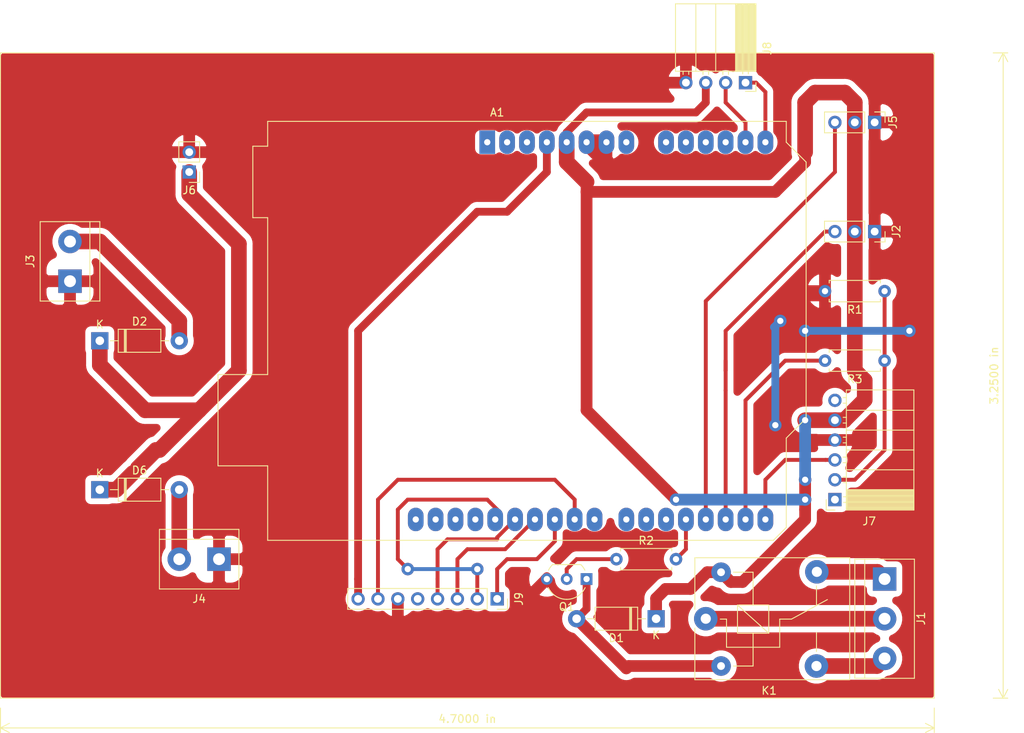
<source format=kicad_pcb>
(kicad_pcb (version 20171130) (host pcbnew "(5.1.4)-1")

  (general
    (thickness 1.6)
    (drawings 7)
    (tracks 164)
    (zones 0)
    (modules 18)
    (nets 43)
  )

  (page A4)
  (layers
    (0 F.Cu signal)
    (31 B.Cu signal)
    (32 B.Adhes user)
    (33 F.Adhes user)
    (34 B.Paste user)
    (35 F.Paste user)
    (36 B.SilkS user)
    (37 F.SilkS user)
    (38 B.Mask user)
    (39 F.Mask user)
    (40 Dwgs.User user)
    (41 Cmts.User user)
    (42 Eco1.User user)
    (43 Eco2.User user)
    (44 Edge.Cuts user)
    (45 Margin user)
    (46 B.CrtYd user)
    (47 F.CrtYd user)
    (48 B.Fab user)
    (49 F.Fab user)
  )

  (setup
    (last_trace_width 0.25)
    (user_trace_width 0.5)
    (user_trace_width 1)
    (user_trace_width 1.5)
    (user_trace_width 2)
    (trace_clearance 0.2)
    (zone_clearance 0.75)
    (zone_45_only no)
    (trace_min 0.2)
    (via_size 0.8)
    (via_drill 0.4)
    (via_min_size 0.4)
    (via_min_drill 0.3)
    (user_via 1.6 0.8)
    (uvia_size 0.3)
    (uvia_drill 0.1)
    (uvias_allowed no)
    (uvia_min_size 0.2)
    (uvia_min_drill 0.1)
    (edge_width 0.05)
    (segment_width 0.2)
    (pcb_text_width 0.3)
    (pcb_text_size 1.5 1.5)
    (mod_edge_width 0.12)
    (mod_text_size 1 1)
    (mod_text_width 0.15)
    (pad_size 3 2)
    (pad_drill 0.8)
    (pad_to_mask_clearance 0.051)
    (solder_mask_min_width 0.25)
    (aux_axis_origin 0 0)
    (visible_elements 7FFFFFFF)
    (pcbplotparams
      (layerselection 0x010fc_ffffffff)
      (usegerberextensions false)
      (usegerberattributes false)
      (usegerberadvancedattributes false)
      (creategerberjobfile false)
      (excludeedgelayer true)
      (linewidth 0.100000)
      (plotframeref false)
      (viasonmask false)
      (mode 1)
      (useauxorigin false)
      (hpglpennumber 1)
      (hpglpenspeed 20)
      (hpglpendiameter 15.000000)
      (psnegative false)
      (psa4output false)
      (plotreference true)
      (plotvalue true)
      (plotinvisibletext false)
      (padsonsilk false)
      (subtractmaskfromsilk false)
      (outputformat 1)
      (mirror false)
      (drillshape 1)
      (scaleselection 1)
      (outputdirectory ""))
  )

  (net 0 "")
  (net 1 +5V)
  (net 2 GND)
  (net 3 +3V3)
  (net 4 "Net-(J1-Pad3)")
  (net 5 SCK)
  (net 6 MOSI)
  (net 7 MISO)
  (net 8 RST)
  (net 9 SCL)
  (net 10 "Net-(D1-Pad2)")
  (net 11 SERVO)
  (net 12 "Net-(Q1-Pad2)")
  (net 13 RFIDSDA)
  (net 14 RX)
  (net 15 TX)
  (net 16 LCDSDA)
  (net 17 "Net-(D2-Pad1)")
  (net 18 "Net-(D6-Pad2)")
  (net 19 "Net-(J7-Pad1)")
  (net 20 "Net-(A1-Pad32)")
  (net 21 "Net-(A1-Pad31)")
  (net 22 "Net-(A1-Pad1)")
  (net 23 DTH)
  (net 24 "Net-(A1-Pad2)")
  (net 25 "Net-(A1-Pad3)")
  (net 26 RELAYPIN)
  (net 27 "Net-(A1-Pad20)")
  (net 28 "Net-(A1-Pad21)")
  (net 29 "Net-(A1-Pad22)")
  (net 30 "Net-(A1-Pad23)")
  (net 31 "Net-(A1-Pad8)")
  (net 32 "Net-(A1-Pad9)")
  (net 33 "Net-(A1-Pad10)")
  (net 34 "Net-(A1-Pad11)")
  (net 35 "Net-(A1-Pad12)")
  (net 36 "Net-(A1-Pad30)")
  (net 37 "Net-(A1-Pad16)")
  (net 38 "Net-(J1-Pad1)")
  (net 39 "Net-(J1-Pad2)")
  (net 40 "Net-(J7-Pad6)")
  (net 41 "Net-(J9-Pad5)")
  (net 42 "Net-(D2-Pad2)")

  (net_class Default "This is the default net class."
    (clearance 0.2)
    (trace_width 0.25)
    (via_dia 0.8)
    (via_drill 0.4)
    (uvia_dia 0.3)
    (uvia_drill 0.1)
    (add_net +3V3)
    (add_net +5V)
    (add_net DTH)
    (add_net GND)
    (add_net LCDSDA)
    (add_net MISO)
    (add_net MOSI)
    (add_net "Net-(A1-Pad1)")
    (add_net "Net-(A1-Pad10)")
    (add_net "Net-(A1-Pad11)")
    (add_net "Net-(A1-Pad12)")
    (add_net "Net-(A1-Pad16)")
    (add_net "Net-(A1-Pad2)")
    (add_net "Net-(A1-Pad20)")
    (add_net "Net-(A1-Pad21)")
    (add_net "Net-(A1-Pad22)")
    (add_net "Net-(A1-Pad23)")
    (add_net "Net-(A1-Pad3)")
    (add_net "Net-(A1-Pad30)")
    (add_net "Net-(A1-Pad31)")
    (add_net "Net-(A1-Pad32)")
    (add_net "Net-(A1-Pad8)")
    (add_net "Net-(A1-Pad9)")
    (add_net "Net-(D1-Pad2)")
    (add_net "Net-(D2-Pad1)")
    (add_net "Net-(D2-Pad2)")
    (add_net "Net-(D6-Pad2)")
    (add_net "Net-(J1-Pad1)")
    (add_net "Net-(J1-Pad2)")
    (add_net "Net-(J1-Pad3)")
    (add_net "Net-(J7-Pad1)")
    (add_net "Net-(J7-Pad6)")
    (add_net "Net-(J9-Pad5)")
    (add_net "Net-(Q1-Pad2)")
    (add_net RELAYPIN)
    (add_net RFIDSDA)
    (add_net RST)
    (add_net RX)
    (add_net SCK)
    (add_net SCL)
    (add_net SERVO)
    (add_net TX)
  )

  (module Resistor_THT:R_Axial_DIN0207_L6.3mm_D2.5mm_P7.62mm_Horizontal (layer F.Cu) (tedit 5AE5139B) (tstamp 5E4567C8)
    (at 171.45 100.33 180)
    (descr "Resistor, Axial_DIN0207 series, Axial, Horizontal, pin pitch=7.62mm, 0.25W = 1/4W, length*diameter=6.3*2.5mm^2, http://cdn-reichelt.de/documents/datenblatt/B400/1_4W%23YAG.pdf")
    (tags "Resistor Axial_DIN0207 series Axial Horizontal pin pitch 7.62mm 0.25W = 1/4W length 6.3mm diameter 2.5mm")
    (path /5E456A9F)
    (fp_text reference R1 (at 3.81 -2.37) (layer F.SilkS)
      (effects (font (size 1 1) (thickness 0.15)))
    )
    (fp_text value 3K (at 3.81 2.37) (layer F.Fab)
      (effects (font (size 1 1) (thickness 0.15)))
    )
    (fp_text user %R (at 3.81 0) (layer F.Fab)
      (effects (font (size 1 1) (thickness 0.15)))
    )
    (fp_line (start 8.67 -1.5) (end -1.05 -1.5) (layer F.CrtYd) (width 0.05))
    (fp_line (start 8.67 1.5) (end 8.67 -1.5) (layer F.CrtYd) (width 0.05))
    (fp_line (start -1.05 1.5) (end 8.67 1.5) (layer F.CrtYd) (width 0.05))
    (fp_line (start -1.05 -1.5) (end -1.05 1.5) (layer F.CrtYd) (width 0.05))
    (fp_line (start 7.08 1.37) (end 7.08 1.04) (layer F.SilkS) (width 0.12))
    (fp_line (start 0.54 1.37) (end 7.08 1.37) (layer F.SilkS) (width 0.12))
    (fp_line (start 0.54 1.04) (end 0.54 1.37) (layer F.SilkS) (width 0.12))
    (fp_line (start 7.08 -1.37) (end 7.08 -1.04) (layer F.SilkS) (width 0.12))
    (fp_line (start 0.54 -1.37) (end 7.08 -1.37) (layer F.SilkS) (width 0.12))
    (fp_line (start 0.54 -1.04) (end 0.54 -1.37) (layer F.SilkS) (width 0.12))
    (fp_line (start 7.62 0) (end 6.96 0) (layer F.Fab) (width 0.1))
    (fp_line (start 0 0) (end 0.66 0) (layer F.Fab) (width 0.1))
    (fp_line (start 6.96 -1.25) (end 0.66 -1.25) (layer F.Fab) (width 0.1))
    (fp_line (start 6.96 1.25) (end 6.96 -1.25) (layer F.Fab) (width 0.1))
    (fp_line (start 0.66 1.25) (end 6.96 1.25) (layer F.Fab) (width 0.1))
    (fp_line (start 0.66 -1.25) (end 0.66 1.25) (layer F.Fab) (width 0.1))
    (pad 2 thru_hole oval (at 7.62 0 180) (size 1.6 1.6) (drill 0.8) (layers *.Cu *.Mask)
      (net 2 GND))
    (pad 1 thru_hole circle (at 0 0 180) (size 1.6 1.6) (drill 0.8) (layers *.Cu *.Mask)
      (net 15 TX))
    (model ${KISYS3DMOD}/Resistor_THT.3dshapes/R_Axial_DIN0207_L6.3mm_D2.5mm_P7.62mm_Horizontal.wrl
      (at (xyz 0 0 0))
      (scale (xyz 1 1 1))
      (rotate (xyz 0 0 0))
    )
  )

  (module Connector_PinSocket_2.54mm:PinSocket_1x06_P2.54mm_Horizontal (layer F.Cu) (tedit 5A19A42D) (tstamp 5E456718)
    (at 165.1 127 180)
    (descr "Through hole angled socket strip, 1x06, 2.54mm pitch, 8.51mm socket length, single row (from Kicad 4.0.7), script generated")
    (tags "Through hole angled socket strip THT 1x06 2.54mm single row")
    (path /5E610F63)
    (fp_text reference J7 (at -4.38 -2.77) (layer F.SilkS)
      (effects (font (size 1 1) (thickness 0.15)))
    )
    (fp_text value BLUETOOTH (at -4.38 15.47) (layer F.Fab)
      (effects (font (size 1 1) (thickness 0.15)))
    )
    (fp_line (start -10.03 -1.27) (end -2.49 -1.27) (layer F.Fab) (width 0.1))
    (fp_line (start -2.49 -1.27) (end -1.52 -0.3) (layer F.Fab) (width 0.1))
    (fp_line (start -1.52 -0.3) (end -1.52 13.97) (layer F.Fab) (width 0.1))
    (fp_line (start -1.52 13.97) (end -10.03 13.97) (layer F.Fab) (width 0.1))
    (fp_line (start -10.03 13.97) (end -10.03 -1.27) (layer F.Fab) (width 0.1))
    (fp_line (start 0 -0.3) (end -1.52 -0.3) (layer F.Fab) (width 0.1))
    (fp_line (start -1.52 0.3) (end 0 0.3) (layer F.Fab) (width 0.1))
    (fp_line (start 0 0.3) (end 0 -0.3) (layer F.Fab) (width 0.1))
    (fp_line (start 0 2.24) (end -1.52 2.24) (layer F.Fab) (width 0.1))
    (fp_line (start -1.52 2.84) (end 0 2.84) (layer F.Fab) (width 0.1))
    (fp_line (start 0 2.84) (end 0 2.24) (layer F.Fab) (width 0.1))
    (fp_line (start 0 4.78) (end -1.52 4.78) (layer F.Fab) (width 0.1))
    (fp_line (start -1.52 5.38) (end 0 5.38) (layer F.Fab) (width 0.1))
    (fp_line (start 0 5.38) (end 0 4.78) (layer F.Fab) (width 0.1))
    (fp_line (start 0 7.32) (end -1.52 7.32) (layer F.Fab) (width 0.1))
    (fp_line (start -1.52 7.92) (end 0 7.92) (layer F.Fab) (width 0.1))
    (fp_line (start 0 7.92) (end 0 7.32) (layer F.Fab) (width 0.1))
    (fp_line (start 0 9.86) (end -1.52 9.86) (layer F.Fab) (width 0.1))
    (fp_line (start -1.52 10.46) (end 0 10.46) (layer F.Fab) (width 0.1))
    (fp_line (start 0 10.46) (end 0 9.86) (layer F.Fab) (width 0.1))
    (fp_line (start 0 12.4) (end -1.52 12.4) (layer F.Fab) (width 0.1))
    (fp_line (start -1.52 13) (end 0 13) (layer F.Fab) (width 0.1))
    (fp_line (start 0 13) (end 0 12.4) (layer F.Fab) (width 0.1))
    (fp_line (start -10.09 -1.21) (end -1.46 -1.21) (layer F.SilkS) (width 0.12))
    (fp_line (start -10.09 -1.091905) (end -1.46 -1.091905) (layer F.SilkS) (width 0.12))
    (fp_line (start -10.09 -0.97381) (end -1.46 -0.97381) (layer F.SilkS) (width 0.12))
    (fp_line (start -10.09 -0.855715) (end -1.46 -0.855715) (layer F.SilkS) (width 0.12))
    (fp_line (start -10.09 -0.73762) (end -1.46 -0.73762) (layer F.SilkS) (width 0.12))
    (fp_line (start -10.09 -0.619525) (end -1.46 -0.619525) (layer F.SilkS) (width 0.12))
    (fp_line (start -10.09 -0.50143) (end -1.46 -0.50143) (layer F.SilkS) (width 0.12))
    (fp_line (start -10.09 -0.383335) (end -1.46 -0.383335) (layer F.SilkS) (width 0.12))
    (fp_line (start -10.09 -0.26524) (end -1.46 -0.26524) (layer F.SilkS) (width 0.12))
    (fp_line (start -10.09 -0.147145) (end -1.46 -0.147145) (layer F.SilkS) (width 0.12))
    (fp_line (start -10.09 -0.02905) (end -1.46 -0.02905) (layer F.SilkS) (width 0.12))
    (fp_line (start -10.09 0.089045) (end -1.46 0.089045) (layer F.SilkS) (width 0.12))
    (fp_line (start -10.09 0.20714) (end -1.46 0.20714) (layer F.SilkS) (width 0.12))
    (fp_line (start -10.09 0.325235) (end -1.46 0.325235) (layer F.SilkS) (width 0.12))
    (fp_line (start -10.09 0.44333) (end -1.46 0.44333) (layer F.SilkS) (width 0.12))
    (fp_line (start -10.09 0.561425) (end -1.46 0.561425) (layer F.SilkS) (width 0.12))
    (fp_line (start -10.09 0.67952) (end -1.46 0.67952) (layer F.SilkS) (width 0.12))
    (fp_line (start -10.09 0.797615) (end -1.46 0.797615) (layer F.SilkS) (width 0.12))
    (fp_line (start -10.09 0.91571) (end -1.46 0.91571) (layer F.SilkS) (width 0.12))
    (fp_line (start -10.09 1.033805) (end -1.46 1.033805) (layer F.SilkS) (width 0.12))
    (fp_line (start -10.09 1.1519) (end -1.46 1.1519) (layer F.SilkS) (width 0.12))
    (fp_line (start -1.46 -0.36) (end -1.11 -0.36) (layer F.SilkS) (width 0.12))
    (fp_line (start -1.46 0.36) (end -1.11 0.36) (layer F.SilkS) (width 0.12))
    (fp_line (start -1.46 2.18) (end -1.05 2.18) (layer F.SilkS) (width 0.12))
    (fp_line (start -1.46 2.9) (end -1.05 2.9) (layer F.SilkS) (width 0.12))
    (fp_line (start -1.46 4.72) (end -1.05 4.72) (layer F.SilkS) (width 0.12))
    (fp_line (start -1.46 5.44) (end -1.05 5.44) (layer F.SilkS) (width 0.12))
    (fp_line (start -1.46 7.26) (end -1.05 7.26) (layer F.SilkS) (width 0.12))
    (fp_line (start -1.46 7.98) (end -1.05 7.98) (layer F.SilkS) (width 0.12))
    (fp_line (start -1.46 9.8) (end -1.05 9.8) (layer F.SilkS) (width 0.12))
    (fp_line (start -1.46 10.52) (end -1.05 10.52) (layer F.SilkS) (width 0.12))
    (fp_line (start -1.46 12.34) (end -1.05 12.34) (layer F.SilkS) (width 0.12))
    (fp_line (start -1.46 13.06) (end -1.05 13.06) (layer F.SilkS) (width 0.12))
    (fp_line (start -10.09 1.27) (end -1.46 1.27) (layer F.SilkS) (width 0.12))
    (fp_line (start -10.09 3.81) (end -1.46 3.81) (layer F.SilkS) (width 0.12))
    (fp_line (start -10.09 6.35) (end -1.46 6.35) (layer F.SilkS) (width 0.12))
    (fp_line (start -10.09 8.89) (end -1.46 8.89) (layer F.SilkS) (width 0.12))
    (fp_line (start -10.09 11.43) (end -1.46 11.43) (layer F.SilkS) (width 0.12))
    (fp_line (start -10.09 -1.33) (end -1.46 -1.33) (layer F.SilkS) (width 0.12))
    (fp_line (start -1.46 -1.33) (end -1.46 14.03) (layer F.SilkS) (width 0.12))
    (fp_line (start -10.09 14.03) (end -1.46 14.03) (layer F.SilkS) (width 0.12))
    (fp_line (start -10.09 -1.33) (end -10.09 14.03) (layer F.SilkS) (width 0.12))
    (fp_line (start 1.11 -1.33) (end 1.11 0) (layer F.SilkS) (width 0.12))
    (fp_line (start 0 -1.33) (end 1.11 -1.33) (layer F.SilkS) (width 0.12))
    (fp_line (start 1.75 -1.8) (end -10.55 -1.8) (layer F.CrtYd) (width 0.05))
    (fp_line (start -10.55 -1.8) (end -10.55 14.45) (layer F.CrtYd) (width 0.05))
    (fp_line (start -10.55 14.45) (end 1.75 14.45) (layer F.CrtYd) (width 0.05))
    (fp_line (start 1.75 14.45) (end 1.75 -1.8) (layer F.CrtYd) (width 0.05))
    (fp_text user %R (at -5.775 6.35 90) (layer F.Fab)
      (effects (font (size 1 1) (thickness 0.15)))
    )
    (pad 1 thru_hole rect (at 0 0 180) (size 1.7 1.7) (drill 1) (layers *.Cu *.Mask)
      (net 19 "Net-(J7-Pad1)"))
    (pad 2 thru_hole oval (at 0 2.54 180) (size 1.7 1.7) (drill 1) (layers *.Cu *.Mask)
      (net 15 TX))
    (pad 3 thru_hole oval (at 0 5.08 180) (size 1.7 1.7) (drill 1) (layers *.Cu *.Mask)
      (net 14 RX))
    (pad 4 thru_hole oval (at 0 7.62 180) (size 1.7 1.7) (drill 1) (layers *.Cu *.Mask)
      (net 2 GND))
    (pad 5 thru_hole oval (at 0 10.16 180) (size 1.7 1.7) (drill 1) (layers *.Cu *.Mask)
      (net 1 +5V))
    (pad 6 thru_hole oval (at 0 12.7 180) (size 1.7 1.7) (drill 1) (layers *.Cu *.Mask)
      (net 40 "Net-(J7-Pad6)"))
    (model ${KISYS3DMOD}/Connector_PinSocket_2.54mm.3dshapes/PinSocket_1x06_P2.54mm_Horizontal.wrl
      (at (xyz 0 0 0))
      (scale (xyz 1 1 1))
      (rotate (xyz 0 0 0))
    )
  )

  (module Connector_PinSocket_2.54mm:PinSocket_1x08_P2.54mm_Vertical (layer F.Cu) (tedit 5A19A420) (tstamp 5E456778)
    (at 121.92 139.7 270)
    (descr "Through hole straight socket strip, 1x08, 2.54mm pitch, single row (from Kicad 4.0.7), script generated")
    (tags "Through hole socket strip THT 1x08 2.54mm single row")
    (path /5E4E75CC)
    (fp_text reference J9 (at 0 -2.77 90) (layer F.SilkS)
      (effects (font (size 1 1) (thickness 0.15)))
    )
    (fp_text value rfid (at 0 20.55 90) (layer F.Fab)
      (effects (font (size 1 1) (thickness 0.15)))
    )
    (fp_line (start -1.27 -1.27) (end 0.635 -1.27) (layer F.Fab) (width 0.1))
    (fp_line (start 0.635 -1.27) (end 1.27 -0.635) (layer F.Fab) (width 0.1))
    (fp_line (start 1.27 -0.635) (end 1.27 19.05) (layer F.Fab) (width 0.1))
    (fp_line (start 1.27 19.05) (end -1.27 19.05) (layer F.Fab) (width 0.1))
    (fp_line (start -1.27 19.05) (end -1.27 -1.27) (layer F.Fab) (width 0.1))
    (fp_line (start -1.33 1.27) (end 1.33 1.27) (layer F.SilkS) (width 0.12))
    (fp_line (start -1.33 1.27) (end -1.33 19.11) (layer F.SilkS) (width 0.12))
    (fp_line (start -1.33 19.11) (end 1.33 19.11) (layer F.SilkS) (width 0.12))
    (fp_line (start 1.33 1.27) (end 1.33 19.11) (layer F.SilkS) (width 0.12))
    (fp_line (start 1.33 -1.33) (end 1.33 0) (layer F.SilkS) (width 0.12))
    (fp_line (start 0 -1.33) (end 1.33 -1.33) (layer F.SilkS) (width 0.12))
    (fp_line (start -1.8 -1.8) (end 1.75 -1.8) (layer F.CrtYd) (width 0.05))
    (fp_line (start 1.75 -1.8) (end 1.75 19.55) (layer F.CrtYd) (width 0.05))
    (fp_line (start 1.75 19.55) (end -1.8 19.55) (layer F.CrtYd) (width 0.05))
    (fp_line (start -1.8 19.55) (end -1.8 -1.8) (layer F.CrtYd) (width 0.05))
    (fp_text user %R (at 0 8.89) (layer F.Fab)
      (effects (font (size 1 1) (thickness 0.15)))
    )
    (pad 1 thru_hole rect (at 0 0 270) (size 1.7 1.7) (drill 1) (layers *.Cu *.Mask)
      (net 13 RFIDSDA))
    (pad 2 thru_hole oval (at 0 2.54 270) (size 1.7 1.7) (drill 1) (layers *.Cu *.Mask)
      (net 5 SCK))
    (pad 3 thru_hole oval (at 0 5.08 270) (size 1.7 1.7) (drill 1) (layers *.Cu *.Mask)
      (net 6 MOSI))
    (pad 4 thru_hole oval (at 0 7.62 270) (size 1.7 1.7) (drill 1) (layers *.Cu *.Mask)
      (net 7 MISO))
    (pad 5 thru_hole oval (at 0 10.16 270) (size 1.7 1.7) (drill 1) (layers *.Cu *.Mask)
      (net 41 "Net-(J9-Pad5)"))
    (pad 6 thru_hole oval (at 0 12.7 270) (size 1.7 1.7) (drill 1) (layers *.Cu *.Mask)
      (net 2 GND))
    (pad 7 thru_hole oval (at 0 15.24 270) (size 1.7 1.7) (drill 1) (layers *.Cu *.Mask)
      (net 8 RST))
    (pad 8 thru_hole oval (at 0 17.78 270) (size 1.7 1.7) (drill 1) (layers *.Cu *.Mask)
      (net 3 +3V3))
    (model ${KISYS3DMOD}/Connector_PinSocket_2.54mm.3dshapes/PinSocket_1x08_P2.54mm_Vertical.wrl
      (at (xyz 0 0 0))
      (scale (xyz 1 1 1))
      (rotate (xyz 0 0 0))
    )
  )

  (module Module:Arduino_UNO_R3 (layer F.Cu) (tedit 5E4E8164) (tstamp 5E456546)
    (at 120.65 81.28)
    (descr "Arduino UNO R3, http://www.mouser.com/pdfdocs/Gravitech_Arduino_Nano3_0.pdf")
    (tags "Arduino UNO R3")
    (path /5E44FF58)
    (fp_text reference A1 (at 1.27 -3.81 180) (layer F.SilkS)
      (effects (font (size 1 1) (thickness 0.15)))
    )
    (fp_text value Arduino_UNO_R3 (at 0 22.86) (layer F.Fab)
      (effects (font (size 1 1) (thickness 0.15)))
    )
    (fp_text user %R (at 0 20.32 180) (layer F.Fab)
      (effects (font (size 1 1) (thickness 0.15)))
    )
    (fp_line (start 38.35 -2.79) (end 38.35 0) (layer F.CrtYd) (width 0.05))
    (fp_line (start 38.35 0) (end 40.89 2.54) (layer F.CrtYd) (width 0.05))
    (fp_line (start 40.89 2.54) (end 40.89 35.31) (layer F.CrtYd) (width 0.05))
    (fp_line (start 40.89 35.31) (end 38.35 37.85) (layer F.CrtYd) (width 0.05))
    (fp_line (start 38.35 37.85) (end 38.35 49.28) (layer F.CrtYd) (width 0.05))
    (fp_line (start 38.35 49.28) (end 36.58 51.05) (layer F.CrtYd) (width 0.05))
    (fp_line (start 36.58 51.05) (end -28.19 51.05) (layer F.CrtYd) (width 0.05))
    (fp_line (start -28.19 51.05) (end -28.19 41.53) (layer F.CrtYd) (width 0.05))
    (fp_line (start -28.19 41.53) (end -34.54 41.53) (layer F.CrtYd) (width 0.05))
    (fp_line (start -34.54 41.53) (end -34.54 29.59) (layer F.CrtYd) (width 0.05))
    (fp_line (start -34.54 29.59) (end -28.19 29.59) (layer F.CrtYd) (width 0.05))
    (fp_line (start -28.19 29.59) (end -28.19 9.78) (layer F.CrtYd) (width 0.05))
    (fp_line (start -28.19 9.78) (end -30.1 9.78) (layer F.CrtYd) (width 0.05))
    (fp_line (start -30.1 9.78) (end -30.1 0.38) (layer F.CrtYd) (width 0.05))
    (fp_line (start -30.1 0.38) (end -28.19 0.38) (layer F.CrtYd) (width 0.05))
    (fp_line (start -28.19 0.38) (end -28.19 -2.79) (layer F.CrtYd) (width 0.05))
    (fp_line (start -28.19 -2.79) (end 38.35 -2.79) (layer F.CrtYd) (width 0.05))
    (fp_line (start 40.77 35.31) (end 40.77 2.54) (layer F.SilkS) (width 0.12))
    (fp_line (start 40.77 2.54) (end 38.23 0) (layer F.SilkS) (width 0.12))
    (fp_line (start 38.23 0) (end 38.23 -2.67) (layer F.SilkS) (width 0.12))
    (fp_line (start 38.23 -2.67) (end -28.07 -2.67) (layer F.SilkS) (width 0.12))
    (fp_line (start -28.07 -2.67) (end -28.07 0.51) (layer F.SilkS) (width 0.12))
    (fp_line (start -28.07 0.51) (end -29.97 0.51) (layer F.SilkS) (width 0.12))
    (fp_line (start -29.97 0.51) (end -29.97 9.65) (layer F.SilkS) (width 0.12))
    (fp_line (start -29.97 9.65) (end -28.07 9.65) (layer F.SilkS) (width 0.12))
    (fp_line (start -28.07 9.65) (end -28.07 29.72) (layer F.SilkS) (width 0.12))
    (fp_line (start -28.07 29.72) (end -34.42 29.72) (layer F.SilkS) (width 0.12))
    (fp_line (start -34.42 29.72) (end -34.42 41.4) (layer F.SilkS) (width 0.12))
    (fp_line (start -34.42 41.4) (end -28.07 41.4) (layer F.SilkS) (width 0.12))
    (fp_line (start -28.07 41.4) (end -28.07 50.93) (layer F.SilkS) (width 0.12))
    (fp_line (start -28.07 50.93) (end 36.58 50.93) (layer F.SilkS) (width 0.12))
    (fp_line (start 36.58 50.93) (end 38.23 49.28) (layer F.SilkS) (width 0.12))
    (fp_line (start 38.23 49.28) (end 38.23 37.85) (layer F.SilkS) (width 0.12))
    (fp_line (start 38.23 37.85) (end 40.77 35.31) (layer F.SilkS) (width 0.12))
    (fp_line (start -34.29 29.84) (end -18.41 29.84) (layer F.Fab) (width 0.1))
    (fp_line (start -18.41 29.84) (end -18.41 41.27) (layer F.Fab) (width 0.1))
    (fp_line (start -18.41 41.27) (end -34.29 41.27) (layer F.Fab) (width 0.1))
    (fp_line (start -34.29 41.27) (end -34.29 29.84) (layer F.Fab) (width 0.1))
    (fp_line (start -29.84 0.64) (end -16.51 0.64) (layer F.Fab) (width 0.1))
    (fp_line (start -16.51 0.64) (end -16.51 9.53) (layer F.Fab) (width 0.1))
    (fp_line (start -16.51 9.53) (end -29.84 9.53) (layer F.Fab) (width 0.1))
    (fp_line (start -29.84 9.53) (end -29.84 0.64) (layer F.Fab) (width 0.1))
    (fp_line (start 38.1 37.85) (end 38.1 49.28) (layer F.Fab) (width 0.1))
    (fp_line (start 40.64 2.54) (end 40.64 35.31) (layer F.Fab) (width 0.1))
    (fp_line (start 40.64 35.31) (end 38.1 37.85) (layer F.Fab) (width 0.1))
    (fp_line (start 38.1 -2.54) (end 38.1 0) (layer F.Fab) (width 0.1))
    (fp_line (start 38.1 0) (end 40.64 2.54) (layer F.Fab) (width 0.1))
    (fp_line (start 38.1 49.28) (end 36.58 50.8) (layer F.Fab) (width 0.1))
    (fp_line (start 36.58 50.8) (end -27.94 50.8) (layer F.Fab) (width 0.1))
    (fp_line (start -27.94 50.8) (end -27.94 -2.54) (layer F.Fab) (width 0.1))
    (fp_line (start -27.94 -2.54) (end 38.1 -2.54) (layer F.Fab) (width 0.1))
    (pad 32 thru_hole oval (at -9.14 48.26 90) (size 3 2) (drill 0.8) (layers *.Cu *.Mask)
      (net 20 "Net-(A1-Pad32)"))
    (pad 31 thru_hole oval (at -6.6 48.26 90) (size 3 2) (drill 0.8) (layers *.Cu *.Mask)
      (net 21 "Net-(A1-Pad31)"))
    (pad 1 thru_hole rect (at 0 0 90) (size 3 2) (drill 0.8) (layers *.Cu *.Mask)
      (net 22 "Net-(A1-Pad1)"))
    (pad 17 thru_hole oval (at 30.48 48.26 90) (size 3 2) (drill 0.8) (layers *.Cu *.Mask)
      (net 23 DTH))
    (pad 2 thru_hole oval (at 2.54 0 90) (size 3 2) (drill 0.8) (layers *.Cu *.Mask)
      (net 24 "Net-(A1-Pad2)"))
    (pad 18 thru_hole oval (at 27.94 48.26 90) (size 3 2) (drill 0.8) (layers *.Cu *.Mask)
      (net 11 SERVO))
    (pad 3 thru_hole oval (at 5.08 0 90) (size 3 2) (drill 0.8) (layers *.Cu *.Mask)
      (net 25 "Net-(A1-Pad3)"))
    (pad 19 thru_hole oval (at 25.4 48.26 90) (size 3 2) (drill 0.8) (layers *.Cu *.Mask)
      (net 26 RELAYPIN))
    (pad 4 thru_hole oval (at 7.62 0 90) (size 3 2) (drill 0.8) (layers *.Cu *.Mask)
      (net 3 +3V3))
    (pad 20 thru_hole oval (at 22.86 48.26 90) (size 3 2) (drill 0.8) (layers *.Cu *.Mask)
      (net 27 "Net-(A1-Pad20)"))
    (pad 5 thru_hole oval (at 10.16 0 90) (size 3 2) (drill 0.8) (layers *.Cu *.Mask)
      (net 1 +5V))
    (pad 21 thru_hole oval (at 20.32 48.26 90) (size 3 2) (drill 0.8) (layers *.Cu *.Mask)
      (net 28 "Net-(A1-Pad21)"))
    (pad 6 thru_hole oval (at 12.7 0 90) (size 3 2) (drill 0.8) (layers *.Cu *.Mask)
      (net 2 GND))
    (pad 22 thru_hole oval (at 17.78 48.26 90) (size 3 2) (drill 0.8) (layers *.Cu *.Mask)
      (net 29 "Net-(A1-Pad22)"))
    (pad 7 thru_hole oval (at 15.24 0 90) (size 3 2) (drill 0.8) (layers *.Cu *.Mask)
      (net 2 GND))
    (pad 23 thru_hole oval (at 13.72 48.26 90) (size 3 2) (drill 0.8) (layers *.Cu *.Mask)
      (net 30 "Net-(A1-Pad23)"))
    (pad 8 thru_hole oval (at 17.78 0 90) (size 3 2) (drill 0.8) (layers *.Cu *.Mask)
      (net 31 "Net-(A1-Pad8)"))
    (pad 24 thru_hole oval (at 11.18 48.26 90) (size 3 2) (drill 0.8) (layers *.Cu *.Mask)
      (net 8 RST))
    (pad 9 thru_hole oval (at 22.86 0 90) (size 3 2) (drill 0.8) (layers *.Cu *.Mask)
      (net 32 "Net-(A1-Pad9)"))
    (pad 25 thru_hole oval (at 8.64 48.26 90) (size 3 2) (drill 0.8) (layers *.Cu *.Mask)
      (net 13 RFIDSDA))
    (pad 10 thru_hole oval (at 25.4 0 90) (size 3 2) (drill 0.8) (layers *.Cu *.Mask)
      (net 33 "Net-(A1-Pad10)"))
    (pad 26 thru_hole oval (at 6.1 48.26 90) (size 3 2) (drill 0.8) (layers *.Cu *.Mask)
      (net 6 MOSI))
    (pad 11 thru_hole oval (at 27.94 0 90) (size 3 2) (drill 0.8) (layers *.Cu *.Mask)
      (net 34 "Net-(A1-Pad11)"))
    (pad 27 thru_hole oval (at 3.56 48.26 90) (size 3 2) (drill 0.8) (layers *.Cu *.Mask)
      (net 7 MISO))
    (pad 12 thru_hole oval (at 30.48 0 90) (size 3 2) (drill 0.8) (layers *.Cu *.Mask)
      (net 35 "Net-(A1-Pad12)"))
    (pad 28 thru_hole oval (at 1.02 48.26 90) (size 3 2) (drill 0.8) (layers *.Cu *.Mask)
      (net 5 SCK))
    (pad 13 thru_hole oval (at 33.02 0 90) (size 3 2) (drill 0.8) (layers *.Cu *.Mask)
      (net 16 LCDSDA))
    (pad 29 thru_hole oval (at -1.52 48.26 90) (size 3 2) (drill 0.8) (layers *.Cu *.Mask)
      (net 2 GND))
    (pad 14 thru_hole oval (at 35.56 0 90) (size 3 2) (drill 0.8) (layers *.Cu *.Mask)
      (net 9 SCL))
    (pad 30 thru_hole oval (at -4.06 48.26 90) (size 3 2) (drill 0.8) (layers *.Cu *.Mask)
      (net 36 "Net-(A1-Pad30)"))
    (pad 15 thru_hole oval (at 35.56 48.26 90) (size 3 2) (drill 0.8) (layers *.Cu *.Mask)
      (net 14 RX))
    (pad 16 thru_hole oval (at 33.02 48.26 90) (size 3 2) (drill 0.8) (layers *.Cu *.Mask)
      (net 37 "Net-(A1-Pad16)"))
    (model ${KISYS3DMOD}/Module.3dshapes/Arduino_UNO_R3.wrl
      (at (xyz 0 0 0))
      (scale (xyz 1 1 1))
      (rotate (xyz 0 0 0))
    )
    (model "C:/Users/rgela/Downloads/Arduino_uno.6df525b0-a0fc-4683-8e1a-4d70c617ad71 v1.step"
      (offset (xyz -27.5 3 11.5))
      (scale (xyz 1 1 1))
      (rotate (xyz -90 -180 90))
    )
    (model ${KISYS3DMOD}/Connector_PinHeader_2.54mm.3dshapes/PinHeader_1x06_P2.54mm_Vertical.step
      (offset (xyz 23 0 0))
      (scale (xyz 1 1 1))
      (rotate (xyz 0 0 -90))
    )
    (model ${KISYS3DMOD}/Connector_PinHeader_2.54mm.3dshapes/PinHeader_1x08_P2.54mm_Vertical.step
      (offset (xyz 18 0 0))
      (scale (xyz 1 1 1))
      (rotate (xyz 0 0 90))
    )
    (model ${KISYS3DMOD}/Connector_PinHeader_2.54mm.3dshapes/PinHeader_1x08_P2.54mm_Vertical.step
      (offset (xyz 35.5 -48 0))
      (scale (xyz 1 1 1))
      (rotate (xyz 0 0 90))
    )
    (model ${KISYS3DMOD}/Connector_PinHeader_2.54mm.3dshapes/PinHeader_1x10_P2.54mm_Vertical.step
      (offset (xyz 14 -48 0))
      (scale (xyz 1 1 1))
      (rotate (xyz 0 0 90))
    )
  )

  (module Diode_THT:D_DO-41_SOD81_P10.16mm_Horizontal (layer F.Cu) (tedit 5AE50CD5) (tstamp 5E45656F)
    (at 142.24 142.24 180)
    (descr "Diode, DO-41_SOD81 series, Axial, Horizontal, pin pitch=10.16mm, , length*diameter=5.2*2.7mm^2, , http://www.diodes.com/_files/packages/DO-41%20(Plastic).pdf")
    (tags "Diode DO-41_SOD81 series Axial Horizontal pin pitch 10.16mm  length 5.2mm diameter 2.7mm")
    (path /5E498FC3)
    (fp_text reference D1 (at 5.08 -2.47) (layer F.SilkS)
      (effects (font (size 1 1) (thickness 0.15)))
    )
    (fp_text value 1N4001 (at 5.08 2.47) (layer F.Fab)
      (effects (font (size 1 1) (thickness 0.15)))
    )
    (fp_text user K (at 0 -2.1) (layer F.SilkS)
      (effects (font (size 1 1) (thickness 0.15)))
    )
    (fp_text user K (at 0 -2.1) (layer F.Fab)
      (effects (font (size 1 1) (thickness 0.15)))
    )
    (fp_text user %R (at 5.08 0) (layer F.Fab)
      (effects (font (size 1 1) (thickness 0.15)))
    )
    (fp_line (start 11.51 -1.6) (end -1.35 -1.6) (layer F.CrtYd) (width 0.05))
    (fp_line (start 11.51 1.6) (end 11.51 -1.6) (layer F.CrtYd) (width 0.05))
    (fp_line (start -1.35 1.6) (end 11.51 1.6) (layer F.CrtYd) (width 0.05))
    (fp_line (start -1.35 -1.6) (end -1.35 1.6) (layer F.CrtYd) (width 0.05))
    (fp_line (start 3.14 -1.47) (end 3.14 1.47) (layer F.SilkS) (width 0.12))
    (fp_line (start 3.38 -1.47) (end 3.38 1.47) (layer F.SilkS) (width 0.12))
    (fp_line (start 3.26 -1.47) (end 3.26 1.47) (layer F.SilkS) (width 0.12))
    (fp_line (start 8.82 0) (end 7.8 0) (layer F.SilkS) (width 0.12))
    (fp_line (start 1.34 0) (end 2.36 0) (layer F.SilkS) (width 0.12))
    (fp_line (start 7.8 -1.47) (end 2.36 -1.47) (layer F.SilkS) (width 0.12))
    (fp_line (start 7.8 1.47) (end 7.8 -1.47) (layer F.SilkS) (width 0.12))
    (fp_line (start 2.36 1.47) (end 7.8 1.47) (layer F.SilkS) (width 0.12))
    (fp_line (start 2.36 -1.47) (end 2.36 1.47) (layer F.SilkS) (width 0.12))
    (fp_line (start 3.16 -1.35) (end 3.16 1.35) (layer F.Fab) (width 0.1))
    (fp_line (start 3.36 -1.35) (end 3.36 1.35) (layer F.Fab) (width 0.1))
    (fp_line (start 3.26 -1.35) (end 3.26 1.35) (layer F.Fab) (width 0.1))
    (fp_line (start 10.16 0) (end 7.68 0) (layer F.Fab) (width 0.1))
    (fp_line (start 0 0) (end 2.48 0) (layer F.Fab) (width 0.1))
    (fp_line (start 7.68 -1.35) (end 2.48 -1.35) (layer F.Fab) (width 0.1))
    (fp_line (start 7.68 1.35) (end 7.68 -1.35) (layer F.Fab) (width 0.1))
    (fp_line (start 2.48 1.35) (end 7.68 1.35) (layer F.Fab) (width 0.1))
    (fp_line (start 2.48 -1.35) (end 2.48 1.35) (layer F.Fab) (width 0.1))
    (pad 2 thru_hole oval (at 10.16 0 180) (size 2.2 2.2) (drill 1.1) (layers *.Cu *.Mask)
      (net 10 "Net-(D1-Pad2)"))
    (pad 1 thru_hole rect (at 0 0 180) (size 2.2 2.2) (drill 1.1) (layers *.Cu *.Mask)
      (net 1 +5V))
    (model ${KISYS3DMOD}/Diode_THT.3dshapes/D_DO-41_SOD81_P10.16mm_Horizontal.wrl
      (at (xyz 0 0 0))
      (scale (xyz 1 1 1))
      (rotate (xyz 0 0 0))
    )
  )

  (module Diode_THT:D_DO-41_SOD81_P10.16mm_Horizontal (layer F.Cu) (tedit 5AE50CD5) (tstamp 5E45658E)
    (at 71.12 106.68)
    (descr "Diode, DO-41_SOD81 series, Axial, Horizontal, pin pitch=10.16mm, , length*diameter=5.2*2.7mm^2, , http://www.diodes.com/_files/packages/DO-41%20(Plastic).pdf")
    (tags "Diode DO-41_SOD81 series Axial Horizontal pin pitch 10.16mm  length 5.2mm diameter 2.7mm")
    (path /5E4A698B)
    (fp_text reference D2 (at 5.08 -2.47) (layer F.SilkS)
      (effects (font (size 1 1) (thickness 0.15)))
    )
    (fp_text value 1N4001 (at 5.08 2.47) (layer F.Fab)
      (effects (font (size 1 1) (thickness 0.15)))
    )
    (fp_line (start 2.48 -1.35) (end 2.48 1.35) (layer F.Fab) (width 0.1))
    (fp_line (start 2.48 1.35) (end 7.68 1.35) (layer F.Fab) (width 0.1))
    (fp_line (start 7.68 1.35) (end 7.68 -1.35) (layer F.Fab) (width 0.1))
    (fp_line (start 7.68 -1.35) (end 2.48 -1.35) (layer F.Fab) (width 0.1))
    (fp_line (start 0 0) (end 2.48 0) (layer F.Fab) (width 0.1))
    (fp_line (start 10.16 0) (end 7.68 0) (layer F.Fab) (width 0.1))
    (fp_line (start 3.26 -1.35) (end 3.26 1.35) (layer F.Fab) (width 0.1))
    (fp_line (start 3.36 -1.35) (end 3.36 1.35) (layer F.Fab) (width 0.1))
    (fp_line (start 3.16 -1.35) (end 3.16 1.35) (layer F.Fab) (width 0.1))
    (fp_line (start 2.36 -1.47) (end 2.36 1.47) (layer F.SilkS) (width 0.12))
    (fp_line (start 2.36 1.47) (end 7.8 1.47) (layer F.SilkS) (width 0.12))
    (fp_line (start 7.8 1.47) (end 7.8 -1.47) (layer F.SilkS) (width 0.12))
    (fp_line (start 7.8 -1.47) (end 2.36 -1.47) (layer F.SilkS) (width 0.12))
    (fp_line (start 1.34 0) (end 2.36 0) (layer F.SilkS) (width 0.12))
    (fp_line (start 8.82 0) (end 7.8 0) (layer F.SilkS) (width 0.12))
    (fp_line (start 3.26 -1.47) (end 3.26 1.47) (layer F.SilkS) (width 0.12))
    (fp_line (start 3.38 -1.47) (end 3.38 1.47) (layer F.SilkS) (width 0.12))
    (fp_line (start 3.14 -1.47) (end 3.14 1.47) (layer F.SilkS) (width 0.12))
    (fp_line (start -1.35 -1.6) (end -1.35 1.6) (layer F.CrtYd) (width 0.05))
    (fp_line (start -1.35 1.6) (end 11.51 1.6) (layer F.CrtYd) (width 0.05))
    (fp_line (start 11.51 1.6) (end 11.51 -1.6) (layer F.CrtYd) (width 0.05))
    (fp_line (start 11.51 -1.6) (end -1.35 -1.6) (layer F.CrtYd) (width 0.05))
    (fp_text user %R (at 5.47 0) (layer F.Fab)
      (effects (font (size 1 1) (thickness 0.15)))
    )
    (fp_text user K (at 0 -2.1) (layer F.Fab)
      (effects (font (size 1 1) (thickness 0.15)))
    )
    (fp_text user K (at 0 -2.1) (layer F.SilkS)
      (effects (font (size 1 1) (thickness 0.15)))
    )
    (pad 1 thru_hole rect (at 0 0) (size 2.2 2.2) (drill 1.1) (layers *.Cu *.Mask)
      (net 17 "Net-(D2-Pad1)"))
    (pad 2 thru_hole oval (at 10.16 0) (size 2.2 2.2) (drill 1.1) (layers *.Cu *.Mask)
      (net 42 "Net-(D2-Pad2)"))
    (model ${KISYS3DMOD}/Diode_THT.3dshapes/D_DO-41_SOD81_P10.16mm_Horizontal.wrl
      (at (xyz 0 0 0))
      (scale (xyz 1 1 1))
      (rotate (xyz 0 0 0))
    )
  )

  (module Diode_THT:D_DO-41_SOD81_P10.16mm_Horizontal (layer F.Cu) (tedit 5AE50CD5) (tstamp 5E45660A)
    (at 71.12 125.73)
    (descr "Diode, DO-41_SOD81 series, Axial, Horizontal, pin pitch=10.16mm, , length*diameter=5.2*2.7mm^2, , http://www.diodes.com/_files/packages/DO-41%20(Plastic).pdf")
    (tags "Diode DO-41_SOD81 series Axial Horizontal pin pitch 10.16mm  length 5.2mm diameter 2.7mm")
    (path /5E595726)
    (fp_text reference D6 (at 5.08 -2.47) (layer F.SilkS)
      (effects (font (size 1 1) (thickness 0.15)))
    )
    (fp_text value 1N4001 (at 5.08 2.47) (layer F.Fab)
      (effects (font (size 1 1) (thickness 0.15)))
    )
    (fp_text user K (at 0 -2.1) (layer F.SilkS)
      (effects (font (size 1 1) (thickness 0.15)))
    )
    (fp_text user K (at 0 -2.1) (layer F.Fab)
      (effects (font (size 1 1) (thickness 0.15)))
    )
    (fp_text user %R (at 3.81 0) (layer F.Fab)
      (effects (font (size 1 1) (thickness 0.15)))
    )
    (fp_line (start 11.51 -1.6) (end -1.35 -1.6) (layer F.CrtYd) (width 0.05))
    (fp_line (start 11.51 1.6) (end 11.51 -1.6) (layer F.CrtYd) (width 0.05))
    (fp_line (start -1.35 1.6) (end 11.51 1.6) (layer F.CrtYd) (width 0.05))
    (fp_line (start -1.35 -1.6) (end -1.35 1.6) (layer F.CrtYd) (width 0.05))
    (fp_line (start 3.14 -1.47) (end 3.14 1.47) (layer F.SilkS) (width 0.12))
    (fp_line (start 3.38 -1.47) (end 3.38 1.47) (layer F.SilkS) (width 0.12))
    (fp_line (start 3.26 -1.47) (end 3.26 1.47) (layer F.SilkS) (width 0.12))
    (fp_line (start 8.82 0) (end 7.8 0) (layer F.SilkS) (width 0.12))
    (fp_line (start 1.34 0) (end 2.36 0) (layer F.SilkS) (width 0.12))
    (fp_line (start 7.8 -1.47) (end 2.36 -1.47) (layer F.SilkS) (width 0.12))
    (fp_line (start 7.8 1.47) (end 7.8 -1.47) (layer F.SilkS) (width 0.12))
    (fp_line (start 2.36 1.47) (end 7.8 1.47) (layer F.SilkS) (width 0.12))
    (fp_line (start 2.36 -1.47) (end 2.36 1.47) (layer F.SilkS) (width 0.12))
    (fp_line (start 3.16 -1.35) (end 3.16 1.35) (layer F.Fab) (width 0.1))
    (fp_line (start 3.36 -1.35) (end 3.36 1.35) (layer F.Fab) (width 0.1))
    (fp_line (start 3.26 -1.35) (end 3.26 1.35) (layer F.Fab) (width 0.1))
    (fp_line (start 10.16 0) (end 7.68 0) (layer F.Fab) (width 0.1))
    (fp_line (start 0 0) (end 2.48 0) (layer F.Fab) (width 0.1))
    (fp_line (start 7.68 -1.35) (end 2.48 -1.35) (layer F.Fab) (width 0.1))
    (fp_line (start 7.68 1.35) (end 7.68 -1.35) (layer F.Fab) (width 0.1))
    (fp_line (start 2.48 1.35) (end 7.68 1.35) (layer F.Fab) (width 0.1))
    (fp_line (start 2.48 -1.35) (end 2.48 1.35) (layer F.Fab) (width 0.1))
    (pad 2 thru_hole oval (at 10.16 0) (size 2.2 2.2) (drill 1.1) (layers *.Cu *.Mask)
      (net 18 "Net-(D6-Pad2)"))
    (pad 1 thru_hole rect (at 0 0) (size 2.2 2.2) (drill 1.1) (layers *.Cu *.Mask)
      (net 17 "Net-(D2-Pad1)"))
    (model ${KISYS3DMOD}/Diode_THT.3dshapes/D_DO-41_SOD81_P10.16mm_Horizontal.wrl
      (at (xyz 0 0 0))
      (scale (xyz 1 1 1))
      (rotate (xyz 0 0 0))
    )
  )

  (module Connector_PinSocket_2.54mm:PinSocket_1x03_P2.54mm_Vertical (layer F.Cu) (tedit 5A19A429) (tstamp 5E45663C)
    (at 170.18 92.71 270)
    (descr "Through hole straight socket strip, 1x03, 2.54mm pitch, single row (from Kicad 4.0.7), script generated")
    (tags "Through hole socket strip THT 1x03 2.54mm single row")
    (path /5E4CB60D)
    (fp_text reference J2 (at 0 -2.77 90) (layer F.SilkS)
      (effects (font (size 1 1) (thickness 0.15)))
    )
    (fp_text value DHT11 (at 0 7.85 90) (layer F.Fab)
      (effects (font (size 1 1) (thickness 0.15)))
    )
    (fp_line (start -1.27 -1.27) (end 0.635 -1.27) (layer F.Fab) (width 0.1))
    (fp_line (start 0.635 -1.27) (end 1.27 -0.635) (layer F.Fab) (width 0.1))
    (fp_line (start 1.27 -0.635) (end 1.27 6.35) (layer F.Fab) (width 0.1))
    (fp_line (start 1.27 6.35) (end -1.27 6.35) (layer F.Fab) (width 0.1))
    (fp_line (start -1.27 6.35) (end -1.27 -1.27) (layer F.Fab) (width 0.1))
    (fp_line (start -1.33 1.27) (end 1.33 1.27) (layer F.SilkS) (width 0.12))
    (fp_line (start -1.33 1.27) (end -1.33 6.41) (layer F.SilkS) (width 0.12))
    (fp_line (start -1.33 6.41) (end 1.33 6.41) (layer F.SilkS) (width 0.12))
    (fp_line (start 1.33 1.27) (end 1.33 6.41) (layer F.SilkS) (width 0.12))
    (fp_line (start 1.33 -1.33) (end 1.33 0) (layer F.SilkS) (width 0.12))
    (fp_line (start 0 -1.33) (end 1.33 -1.33) (layer F.SilkS) (width 0.12))
    (fp_line (start -1.8 -1.8) (end 1.75 -1.8) (layer F.CrtYd) (width 0.05))
    (fp_line (start 1.75 -1.8) (end 1.75 6.85) (layer F.CrtYd) (width 0.05))
    (fp_line (start 1.75 6.85) (end -1.8 6.85) (layer F.CrtYd) (width 0.05))
    (fp_line (start -1.8 6.85) (end -1.8 -1.8) (layer F.CrtYd) (width 0.05))
    (fp_text user %R (at 0 2.54) (layer F.Fab)
      (effects (font (size 1 1) (thickness 0.15)))
    )
    (pad 1 thru_hole rect (at 0 0 270) (size 1.7 1.7) (drill 1) (layers *.Cu *.Mask)
      (net 2 GND))
    (pad 2 thru_hole oval (at 0 2.54 270) (size 1.7 1.7) (drill 1) (layers *.Cu *.Mask)
      (net 1 +5V))
    (pad 3 thru_hole oval (at 0 5.08 270) (size 1.7 1.7) (drill 1) (layers *.Cu *.Mask)
      (net 23 DTH))
    (model ${KISYS3DMOD}/Connector_PinSocket_2.54mm.3dshapes/PinSocket_1x03_P2.54mm_Vertical.wrl
      (at (xyz 0 0 0))
      (scale (xyz 1 1 1))
      (rotate (xyz 0 0 0))
    )
  )

  (module Connector_PinHeader_2.54mm:PinHeader_1x02_P2.54mm_Vertical (layer F.Cu) (tedit 59FED5CC) (tstamp 5E4566C6)
    (at 82.55 85.09 180)
    (descr "Through hole straight pin header, 1x02, 2.54mm pitch, single row")
    (tags "Through hole pin header THT 1x02 2.54mm single row")
    (path /5E5C875B)
    (fp_text reference J6 (at 0 -2.33) (layer F.SilkS)
      (effects (font (size 1 1) (thickness 0.15)))
    )
    (fp_text value "Arduino in" (at 0 4.87) (layer F.Fab)
      (effects (font (size 1 1) (thickness 0.15)))
    )
    (fp_line (start -0.635 -1.27) (end 1.27 -1.27) (layer F.Fab) (width 0.1))
    (fp_line (start 1.27 -1.27) (end 1.27 3.81) (layer F.Fab) (width 0.1))
    (fp_line (start 1.27 3.81) (end -1.27 3.81) (layer F.Fab) (width 0.1))
    (fp_line (start -1.27 3.81) (end -1.27 -0.635) (layer F.Fab) (width 0.1))
    (fp_line (start -1.27 -0.635) (end -0.635 -1.27) (layer F.Fab) (width 0.1))
    (fp_line (start -1.33 3.87) (end 1.33 3.87) (layer F.SilkS) (width 0.12))
    (fp_line (start -1.33 1.27) (end -1.33 3.87) (layer F.SilkS) (width 0.12))
    (fp_line (start 1.33 1.27) (end 1.33 3.87) (layer F.SilkS) (width 0.12))
    (fp_line (start -1.33 1.27) (end 1.33 1.27) (layer F.SilkS) (width 0.12))
    (fp_line (start -1.33 0) (end -1.33 -1.33) (layer F.SilkS) (width 0.12))
    (fp_line (start -1.33 -1.33) (end 0 -1.33) (layer F.SilkS) (width 0.12))
    (fp_line (start -1.8 -1.8) (end -1.8 4.35) (layer F.CrtYd) (width 0.05))
    (fp_line (start -1.8 4.35) (end 1.8 4.35) (layer F.CrtYd) (width 0.05))
    (fp_line (start 1.8 4.35) (end 1.8 -1.8) (layer F.CrtYd) (width 0.05))
    (fp_line (start 1.8 -1.8) (end -1.8 -1.8) (layer F.CrtYd) (width 0.05))
    (fp_text user %R (at 0 1.27 90) (layer F.Fab)
      (effects (font (size 1 1) (thickness 0.15)))
    )
    (pad 1 thru_hole rect (at 0 0 180) (size 1.7 1.7) (drill 1) (layers *.Cu *.Mask)
      (net 17 "Net-(D2-Pad1)"))
    (pad 2 thru_hole oval (at 0 2.54 180) (size 1.7 1.7) (drill 1) (layers *.Cu *.Mask)
      (net 2 GND))
    (model ${KISYS3DMOD}/Connector_PinHeader_2.54mm.3dshapes/PinHeader_1x02_P2.54mm_Vertical.wrl
      (at (xyz 0 0 0))
      (scale (xyz 1 1 1))
      (rotate (xyz 0 0 0))
    )
  )

  (module Connector_PinSocket_2.54mm:PinSocket_1x04_P2.54mm_Horizontal (layer F.Cu) (tedit 5A19A424) (tstamp 5E45675C)
    (at 153.67 73.66 270)
    (descr "Through hole angled socket strip, 1x04, 2.54mm pitch, 8.51mm socket length, single row (from Kicad 4.0.7), script generated")
    (tags "Through hole angled socket strip THT 1x04 2.54mm single row")
    (path /5E5E1EB9)
    (fp_text reference J8 (at -4.38 -2.77 90) (layer F.SilkS)
      (effects (font (size 1 1) (thickness 0.15)))
    )
    (fp_text value "LCD " (at -4.38 10.39 90) (layer F.Fab)
      (effects (font (size 1 1) (thickness 0.15)))
    )
    (fp_line (start -10.03 -1.27) (end -2.49 -1.27) (layer F.Fab) (width 0.1))
    (fp_line (start -2.49 -1.27) (end -1.52 -0.3) (layer F.Fab) (width 0.1))
    (fp_line (start -1.52 -0.3) (end -1.52 8.89) (layer F.Fab) (width 0.1))
    (fp_line (start -1.52 8.89) (end -10.03 8.89) (layer F.Fab) (width 0.1))
    (fp_line (start -10.03 8.89) (end -10.03 -1.27) (layer F.Fab) (width 0.1))
    (fp_line (start 0 -0.3) (end -1.52 -0.3) (layer F.Fab) (width 0.1))
    (fp_line (start -1.52 0.3) (end 0 0.3) (layer F.Fab) (width 0.1))
    (fp_line (start 0 0.3) (end 0 -0.3) (layer F.Fab) (width 0.1))
    (fp_line (start 0 2.24) (end -1.52 2.24) (layer F.Fab) (width 0.1))
    (fp_line (start -1.52 2.84) (end 0 2.84) (layer F.Fab) (width 0.1))
    (fp_line (start 0 2.84) (end 0 2.24) (layer F.Fab) (width 0.1))
    (fp_line (start 0 4.78) (end -1.52 4.78) (layer F.Fab) (width 0.1))
    (fp_line (start -1.52 5.38) (end 0 5.38) (layer F.Fab) (width 0.1))
    (fp_line (start 0 5.38) (end 0 4.78) (layer F.Fab) (width 0.1))
    (fp_line (start 0 7.32) (end -1.52 7.32) (layer F.Fab) (width 0.1))
    (fp_line (start -1.52 7.92) (end 0 7.92) (layer F.Fab) (width 0.1))
    (fp_line (start 0 7.92) (end 0 7.32) (layer F.Fab) (width 0.1))
    (fp_line (start -10.09 -1.21) (end -1.46 -1.21) (layer F.SilkS) (width 0.12))
    (fp_line (start -10.09 -1.091905) (end -1.46 -1.091905) (layer F.SilkS) (width 0.12))
    (fp_line (start -10.09 -0.97381) (end -1.46 -0.97381) (layer F.SilkS) (width 0.12))
    (fp_line (start -10.09 -0.855715) (end -1.46 -0.855715) (layer F.SilkS) (width 0.12))
    (fp_line (start -10.09 -0.73762) (end -1.46 -0.73762) (layer F.SilkS) (width 0.12))
    (fp_line (start -10.09 -0.619525) (end -1.46 -0.619525) (layer F.SilkS) (width 0.12))
    (fp_line (start -10.09 -0.50143) (end -1.46 -0.50143) (layer F.SilkS) (width 0.12))
    (fp_line (start -10.09 -0.383335) (end -1.46 -0.383335) (layer F.SilkS) (width 0.12))
    (fp_line (start -10.09 -0.26524) (end -1.46 -0.26524) (layer F.SilkS) (width 0.12))
    (fp_line (start -10.09 -0.147145) (end -1.46 -0.147145) (layer F.SilkS) (width 0.12))
    (fp_line (start -10.09 -0.02905) (end -1.46 -0.02905) (layer F.SilkS) (width 0.12))
    (fp_line (start -10.09 0.089045) (end -1.46 0.089045) (layer F.SilkS) (width 0.12))
    (fp_line (start -10.09 0.20714) (end -1.46 0.20714) (layer F.SilkS) (width 0.12))
    (fp_line (start -10.09 0.325235) (end -1.46 0.325235) (layer F.SilkS) (width 0.12))
    (fp_line (start -10.09 0.44333) (end -1.46 0.44333) (layer F.SilkS) (width 0.12))
    (fp_line (start -10.09 0.561425) (end -1.46 0.561425) (layer F.SilkS) (width 0.12))
    (fp_line (start -10.09 0.67952) (end -1.46 0.67952) (layer F.SilkS) (width 0.12))
    (fp_line (start -10.09 0.797615) (end -1.46 0.797615) (layer F.SilkS) (width 0.12))
    (fp_line (start -10.09 0.91571) (end -1.46 0.91571) (layer F.SilkS) (width 0.12))
    (fp_line (start -10.09 1.033805) (end -1.46 1.033805) (layer F.SilkS) (width 0.12))
    (fp_line (start -10.09 1.1519) (end -1.46 1.1519) (layer F.SilkS) (width 0.12))
    (fp_line (start -1.46 -0.36) (end -1.11 -0.36) (layer F.SilkS) (width 0.12))
    (fp_line (start -1.46 0.36) (end -1.11 0.36) (layer F.SilkS) (width 0.12))
    (fp_line (start -1.46 2.18) (end -1.05 2.18) (layer F.SilkS) (width 0.12))
    (fp_line (start -1.46 2.9) (end -1.05 2.9) (layer F.SilkS) (width 0.12))
    (fp_line (start -1.46 4.72) (end -1.05 4.72) (layer F.SilkS) (width 0.12))
    (fp_line (start -1.46 5.44) (end -1.05 5.44) (layer F.SilkS) (width 0.12))
    (fp_line (start -1.46 7.26) (end -1.05 7.26) (layer F.SilkS) (width 0.12))
    (fp_line (start -1.46 7.98) (end -1.05 7.98) (layer F.SilkS) (width 0.12))
    (fp_line (start -10.09 1.27) (end -1.46 1.27) (layer F.SilkS) (width 0.12))
    (fp_line (start -10.09 3.81) (end -1.46 3.81) (layer F.SilkS) (width 0.12))
    (fp_line (start -10.09 6.35) (end -1.46 6.35) (layer F.SilkS) (width 0.12))
    (fp_line (start -10.09 -1.33) (end -1.46 -1.33) (layer F.SilkS) (width 0.12))
    (fp_line (start -1.46 -1.33) (end -1.46 8.95) (layer F.SilkS) (width 0.12))
    (fp_line (start -10.09 8.95) (end -1.46 8.95) (layer F.SilkS) (width 0.12))
    (fp_line (start -10.09 -1.33) (end -10.09 8.95) (layer F.SilkS) (width 0.12))
    (fp_line (start 1.11 -1.33) (end 1.11 0) (layer F.SilkS) (width 0.12))
    (fp_line (start 0 -1.33) (end 1.11 -1.33) (layer F.SilkS) (width 0.12))
    (fp_line (start 1.75 -1.75) (end -10.55 -1.75) (layer F.CrtYd) (width 0.05))
    (fp_line (start -10.55 -1.75) (end -10.55 9.45) (layer F.CrtYd) (width 0.05))
    (fp_line (start -10.55 9.45) (end 1.75 9.45) (layer F.CrtYd) (width 0.05))
    (fp_line (start 1.75 9.45) (end 1.75 -1.75) (layer F.CrtYd) (width 0.05))
    (fp_text user %R (at -5.775 3.81) (layer F.Fab)
      (effects (font (size 1 1) (thickness 0.15)))
    )
    (pad 1 thru_hole rect (at 0 0 270) (size 1.7 1.7) (drill 1) (layers *.Cu *.Mask)
      (net 9 SCL))
    (pad 2 thru_hole oval (at 0 2.54 270) (size 1.7 1.7) (drill 1) (layers *.Cu *.Mask)
      (net 16 LCDSDA))
    (pad 3 thru_hole oval (at 0 5.08 270) (size 1.7 1.7) (drill 1) (layers *.Cu *.Mask)
      (net 1 +5V))
    (pad 4 thru_hole oval (at 0 7.62 270) (size 1.7 1.7) (drill 1) (layers *.Cu *.Mask)
      (net 2 GND))
    (model ${KISYS3DMOD}/Connector_PinSocket_2.54mm.3dshapes/PinSocket_1x04_P2.54mm_Horizontal.wrl
      (at (xyz 0 0 0))
      (scale (xyz 1 1 1))
      (rotate (xyz 0 0 0))
    )
  )

  (module Resistor_THT:R_Axial_DIN0207_L6.3mm_D2.5mm_P7.62mm_Horizontal (layer F.Cu) (tedit 5AE5139B) (tstamp 5E4567DF)
    (at 137.16 134.62)
    (descr "Resistor, Axial_DIN0207 series, Axial, Horizontal, pin pitch=7.62mm, 0.25W = 1/4W, length*diameter=6.3*2.5mm^2, http://cdn-reichelt.de/documents/datenblatt/B400/1_4W%23YAG.pdf")
    (tags "Resistor Axial_DIN0207 series Axial Horizontal pin pitch 7.62mm 0.25W = 1/4W length 6.3mm diameter 2.5mm")
    (path /5E498FCF)
    (fp_text reference R2 (at 3.81 -2.37) (layer F.SilkS)
      (effects (font (size 1 1) (thickness 0.15)))
    )
    (fp_text value 1k (at 3.81 2.37) (layer F.Fab)
      (effects (font (size 1 1) (thickness 0.15)))
    )
    (fp_line (start 0.66 -1.25) (end 0.66 1.25) (layer F.Fab) (width 0.1))
    (fp_line (start 0.66 1.25) (end 6.96 1.25) (layer F.Fab) (width 0.1))
    (fp_line (start 6.96 1.25) (end 6.96 -1.25) (layer F.Fab) (width 0.1))
    (fp_line (start 6.96 -1.25) (end 0.66 -1.25) (layer F.Fab) (width 0.1))
    (fp_line (start 0 0) (end 0.66 0) (layer F.Fab) (width 0.1))
    (fp_line (start 7.62 0) (end 6.96 0) (layer F.Fab) (width 0.1))
    (fp_line (start 0.54 -1.04) (end 0.54 -1.37) (layer F.SilkS) (width 0.12))
    (fp_line (start 0.54 -1.37) (end 7.08 -1.37) (layer F.SilkS) (width 0.12))
    (fp_line (start 7.08 -1.37) (end 7.08 -1.04) (layer F.SilkS) (width 0.12))
    (fp_line (start 0.54 1.04) (end 0.54 1.37) (layer F.SilkS) (width 0.12))
    (fp_line (start 0.54 1.37) (end 7.08 1.37) (layer F.SilkS) (width 0.12))
    (fp_line (start 7.08 1.37) (end 7.08 1.04) (layer F.SilkS) (width 0.12))
    (fp_line (start -1.05 -1.5) (end -1.05 1.5) (layer F.CrtYd) (width 0.05))
    (fp_line (start -1.05 1.5) (end 8.67 1.5) (layer F.CrtYd) (width 0.05))
    (fp_line (start 8.67 1.5) (end 8.67 -1.5) (layer F.CrtYd) (width 0.05))
    (fp_line (start 8.67 -1.5) (end -1.05 -1.5) (layer F.CrtYd) (width 0.05))
    (fp_text user %R (at 3.81 0) (layer F.Fab)
      (effects (font (size 1 1) (thickness 0.15)))
    )
    (pad 1 thru_hole circle (at 0 0) (size 1.6 1.6) (drill 0.8) (layers *.Cu *.Mask)
      (net 12 "Net-(Q1-Pad2)"))
    (pad 2 thru_hole oval (at 7.62 0) (size 1.6 1.6) (drill 0.8) (layers *.Cu *.Mask)
      (net 26 RELAYPIN))
    (model ${KISYS3DMOD}/Resistor_THT.3dshapes/R_Axial_DIN0207_L6.3mm_D2.5mm_P7.62mm_Horizontal.wrl
      (at (xyz 0 0 0))
      (scale (xyz 1 1 1))
      (rotate (xyz 0 0 0))
    )
  )

  (module Resistor_THT:R_Axial_DIN0207_L6.3mm_D2.5mm_P7.62mm_Horizontal (layer F.Cu) (tedit 5AE5139B) (tstamp 5E4567F6)
    (at 171.45 109.22 180)
    (descr "Resistor, Axial_DIN0207 series, Axial, Horizontal, pin pitch=7.62mm, 0.25W = 1/4W, length*diameter=6.3*2.5mm^2, http://cdn-reichelt.de/documents/datenblatt/B400/1_4W%23YAG.pdf")
    (tags "Resistor Axial_DIN0207 series Axial Horizontal pin pitch 7.62mm 0.25W = 1/4W length 6.3mm diameter 2.5mm")
    (path /5E456A99)
    (fp_text reference R3 (at 3.81 -2.37) (layer F.SilkS)
      (effects (font (size 1 1) (thickness 0.15)))
    )
    (fp_text value 2K (at 3.81 2.37) (layer F.Fab)
      (effects (font (size 1 1) (thickness 0.15)))
    )
    (fp_line (start 0.66 -1.25) (end 0.66 1.25) (layer F.Fab) (width 0.1))
    (fp_line (start 0.66 1.25) (end 6.96 1.25) (layer F.Fab) (width 0.1))
    (fp_line (start 6.96 1.25) (end 6.96 -1.25) (layer F.Fab) (width 0.1))
    (fp_line (start 6.96 -1.25) (end 0.66 -1.25) (layer F.Fab) (width 0.1))
    (fp_line (start 0 0) (end 0.66 0) (layer F.Fab) (width 0.1))
    (fp_line (start 7.62 0) (end 6.96 0) (layer F.Fab) (width 0.1))
    (fp_line (start 0.54 -1.04) (end 0.54 -1.37) (layer F.SilkS) (width 0.12))
    (fp_line (start 0.54 -1.37) (end 7.08 -1.37) (layer F.SilkS) (width 0.12))
    (fp_line (start 7.08 -1.37) (end 7.08 -1.04) (layer F.SilkS) (width 0.12))
    (fp_line (start 0.54 1.04) (end 0.54 1.37) (layer F.SilkS) (width 0.12))
    (fp_line (start 0.54 1.37) (end 7.08 1.37) (layer F.SilkS) (width 0.12))
    (fp_line (start 7.08 1.37) (end 7.08 1.04) (layer F.SilkS) (width 0.12))
    (fp_line (start -1.05 -1.5) (end -1.05 1.5) (layer F.CrtYd) (width 0.05))
    (fp_line (start -1.05 1.5) (end 8.67 1.5) (layer F.CrtYd) (width 0.05))
    (fp_line (start 8.67 1.5) (end 8.67 -1.5) (layer F.CrtYd) (width 0.05))
    (fp_line (start 8.67 -1.5) (end -1.05 -1.5) (layer F.CrtYd) (width 0.05))
    (fp_text user %R (at 3.81 0 180) (layer F.Fab)
      (effects (font (size 1 1) (thickness 0.15)))
    )
    (pad 1 thru_hole circle (at 0 0 180) (size 1.6 1.6) (drill 0.8) (layers *.Cu *.Mask)
      (net 15 TX))
    (pad 2 thru_hole oval (at 7.62 0 180) (size 1.6 1.6) (drill 0.8) (layers *.Cu *.Mask)
      (net 37 "Net-(A1-Pad16)"))
    (model ${KISYS3DMOD}/Resistor_THT.3dshapes/R_Axial_DIN0207_L6.3mm_D2.5mm_P7.62mm_Horizontal.wrl
      (at (xyz 0 0 0))
      (scale (xyz 1 1 1))
      (rotate (xyz 0 0 0))
    )
  )

  (module TerminalBlock:TerminalBlock_bornier-3_P5.08mm (layer F.Cu) (tedit 59FF03B9) (tstamp 5E463B29)
    (at 171.45 137.16 270)
    (descr "simple 3-pin terminal block, pitch 5.08mm, revamped version of bornier3")
    (tags "terminal block bornier3")
    (path /5E498FEB)
    (fp_text reference J1 (at 5.05 -4.65 90) (layer F.SilkS)
      (effects (font (size 1 1) (thickness 0.15)))
    )
    (fp_text value RELAYOUT (at 5.08 5.08 90) (layer F.Fab)
      (effects (font (size 1 1) (thickness 0.15)))
    )
    (fp_text user %R (at 5.08 0 90) (layer F.Fab)
      (effects (font (size 1 1) (thickness 0.15)))
    )
    (fp_line (start -2.47 2.55) (end 12.63 2.55) (layer F.Fab) (width 0.1))
    (fp_line (start -2.47 -3.75) (end 12.63 -3.75) (layer F.Fab) (width 0.1))
    (fp_line (start 12.63 -3.75) (end 12.63 3.75) (layer F.Fab) (width 0.1))
    (fp_line (start 12.63 3.75) (end -2.47 3.75) (layer F.Fab) (width 0.1))
    (fp_line (start -2.47 3.75) (end -2.47 -3.75) (layer F.Fab) (width 0.1))
    (fp_line (start -2.54 3.81) (end -2.54 -3.81) (layer F.SilkS) (width 0.12))
    (fp_line (start 12.7 3.81) (end 12.7 -3.81) (layer F.SilkS) (width 0.12))
    (fp_line (start -2.54 2.54) (end 12.7 2.54) (layer F.SilkS) (width 0.12))
    (fp_line (start -2.54 -3.81) (end 12.7 -3.81) (layer F.SilkS) (width 0.12))
    (fp_line (start -2.54 3.81) (end 12.7 3.81) (layer F.SilkS) (width 0.12))
    (fp_line (start -2.72 -4) (end 12.88 -4) (layer F.CrtYd) (width 0.05))
    (fp_line (start -2.72 -4) (end -2.72 4) (layer F.CrtYd) (width 0.05))
    (fp_line (start 12.88 4) (end 12.88 -4) (layer F.CrtYd) (width 0.05))
    (fp_line (start 12.88 4) (end -2.72 4) (layer F.CrtYd) (width 0.05))
    (pad 1 thru_hole rect (at 0 0 270) (size 3 3) (drill 1.52) (layers *.Cu *.Mask)
      (net 38 "Net-(J1-Pad1)"))
    (pad 2 thru_hole circle (at 5.08 0 270) (size 3 3) (drill 1.52) (layers *.Cu *.Mask)
      (net 39 "Net-(J1-Pad2)"))
    (pad 3 thru_hole circle (at 10.16 0 270) (size 3 3) (drill 1.52) (layers *.Cu *.Mask)
      (net 4 "Net-(J1-Pad3)"))
    (model ${KISYS3DMOD}/TerminalBlock.3dshapes/TerminalBlock_bornier-3_P5.08mm.wrl
      (offset (xyz 5.08 0 0))
      (scale (xyz 1 1 1))
      (rotate (xyz 0 0 0))
    )
    (model C:/Users/rgela/Downloads/tb5p-3p_p5_l15_w7-6_h10.stp
      (offset (xyz 5 0 5))
      (scale (xyz 1 1 1))
      (rotate (xyz -90 0 180))
    )
  )

  (module TerminalBlock:TerminalBlock_bornier-2_P5.08mm (layer F.Cu) (tedit 59FF03AB) (tstamp 5E463B3E)
    (at 67.31 99.06 90)
    (descr "simple 2-pin terminal block, pitch 5.08mm, revamped version of bornier2")
    (tags "terminal block bornier2")
    (path /5E55537C)
    (fp_text reference J3 (at 2.54 -5.08 90) (layer F.SilkS)
      (effects (font (size 1 1) (thickness 0.15)))
    )
    (fp_text value "MAINS IN" (at 2.54 5.08 90) (layer F.Fab)
      (effects (font (size 1 1) (thickness 0.15)))
    )
    (fp_line (start 7.79 4) (end -2.71 4) (layer F.CrtYd) (width 0.05))
    (fp_line (start 7.79 4) (end 7.79 -4) (layer F.CrtYd) (width 0.05))
    (fp_line (start -2.71 -4) (end -2.71 4) (layer F.CrtYd) (width 0.05))
    (fp_line (start -2.71 -4) (end 7.79 -4) (layer F.CrtYd) (width 0.05))
    (fp_line (start -2.54 3.81) (end 7.62 3.81) (layer F.SilkS) (width 0.12))
    (fp_line (start -2.54 -3.81) (end -2.54 3.81) (layer F.SilkS) (width 0.12))
    (fp_line (start 7.62 -3.81) (end -2.54 -3.81) (layer F.SilkS) (width 0.12))
    (fp_line (start 7.62 3.81) (end 7.62 -3.81) (layer F.SilkS) (width 0.12))
    (fp_line (start 7.62 2.54) (end -2.54 2.54) (layer F.SilkS) (width 0.12))
    (fp_line (start 7.54 -3.75) (end -2.46 -3.75) (layer F.Fab) (width 0.1))
    (fp_line (start 7.54 3.75) (end 7.54 -3.75) (layer F.Fab) (width 0.1))
    (fp_line (start -2.46 3.75) (end 7.54 3.75) (layer F.Fab) (width 0.1))
    (fp_line (start -2.46 -3.75) (end -2.46 3.75) (layer F.Fab) (width 0.1))
    (fp_line (start -2.41 2.55) (end 7.49 2.55) (layer F.Fab) (width 0.1))
    (fp_text user %R (at 2.54 0 90) (layer F.Fab)
      (effects (font (size 1 1) (thickness 0.15)))
    )
    (pad 2 thru_hole circle (at 5.08 0 90) (size 3 3) (drill 1.52) (layers *.Cu *.Mask)
      (net 42 "Net-(D2-Pad2)"))
    (pad 1 thru_hole rect (at 0 0 90) (size 3 3) (drill 1.52) (layers *.Cu *.Mask)
      (net 2 GND))
    (model ${KISYS3DMOD}/TerminalBlock.3dshapes/TerminalBlock_bornier-2_P5.08mm.wrl
      (offset (xyz 2.54 0 0))
      (scale (xyz 1 1 1))
      (rotate (xyz 0 0 0))
    )
    (model C:/Users/rgela/Downloads/tb5p-2p_p5_l10_w7-6_h10.stp
      (offset (xyz 2.5 0 5))
      (scale (xyz 1 1 1))
      (rotate (xyz -90 0 180))
    )
  )

  (module TerminalBlock:TerminalBlock_bornier-2_P5.08mm (layer F.Cu) (tedit 59FF03AB) (tstamp 5E463B52)
    (at 86.36 134.62 180)
    (descr "simple 2-pin terminal block, pitch 5.08mm, revamped version of bornier2")
    (tags "terminal block bornier2")
    (path /5E571FAB)
    (fp_text reference J4 (at 2.54 -5.08) (layer F.SilkS)
      (effects (font (size 1 1) (thickness 0.15)))
    )
    (fp_text value "BATTERY IN" (at 2.54 5.08) (layer F.Fab)
      (effects (font (size 1 1) (thickness 0.15)))
    )
    (fp_text user %R (at 2.54 0) (layer F.Fab)
      (effects (font (size 1 1) (thickness 0.15)))
    )
    (fp_line (start -2.41 2.55) (end 7.49 2.55) (layer F.Fab) (width 0.1))
    (fp_line (start -2.46 -3.75) (end -2.46 3.75) (layer F.Fab) (width 0.1))
    (fp_line (start -2.46 3.75) (end 7.54 3.75) (layer F.Fab) (width 0.1))
    (fp_line (start 7.54 3.75) (end 7.54 -3.75) (layer F.Fab) (width 0.1))
    (fp_line (start 7.54 -3.75) (end -2.46 -3.75) (layer F.Fab) (width 0.1))
    (fp_line (start 7.62 2.54) (end -2.54 2.54) (layer F.SilkS) (width 0.12))
    (fp_line (start 7.62 3.81) (end 7.62 -3.81) (layer F.SilkS) (width 0.12))
    (fp_line (start 7.62 -3.81) (end -2.54 -3.81) (layer F.SilkS) (width 0.12))
    (fp_line (start -2.54 -3.81) (end -2.54 3.81) (layer F.SilkS) (width 0.12))
    (fp_line (start -2.54 3.81) (end 7.62 3.81) (layer F.SilkS) (width 0.12))
    (fp_line (start -2.71 -4) (end 7.79 -4) (layer F.CrtYd) (width 0.05))
    (fp_line (start -2.71 -4) (end -2.71 4) (layer F.CrtYd) (width 0.05))
    (fp_line (start 7.79 4) (end 7.79 -4) (layer F.CrtYd) (width 0.05))
    (fp_line (start 7.79 4) (end -2.71 4) (layer F.CrtYd) (width 0.05))
    (pad 1 thru_hole rect (at 0 0 180) (size 3 3) (drill 1.52) (layers *.Cu *.Mask)
      (net 2 GND))
    (pad 2 thru_hole circle (at 5.08 0 180) (size 3 3) (drill 1.52) (layers *.Cu *.Mask)
      (net 18 "Net-(D6-Pad2)"))
    (model ${KISYS3DMOD}/TerminalBlock.3dshapes/TerminalBlock_bornier-2_P5.08mm.wrl
      (offset (xyz 2.54 0 0))
      (scale (xyz 1 1 1))
      (rotate (xyz 0 0 0))
    )
    (model C:/Users/rgela/Downloads/tb5p-2p_p5_l10_w7-6_h10.stp
      (offset (xyz 2.5 0 5))
      (scale (xyz 1 1 1))
      (rotate (xyz -90 0 180))
    )
  )

  (module Relay_THT:Relay_SPDT_SANYOU_SRD_Series_Form_C locked (layer F.Cu) (tedit 58FA3148) (tstamp 5E46475A)
    (at 148.59 142.24)
    (descr "relay Sanyou SRD series Form C http://www.sanyourelay.ca/public/products/pdf/SRD.pdf")
    (tags "relay Sanyu SRD form C")
    (path /5E48A481)
    (fp_text reference K1 (at 8.1 9.2) (layer F.SilkS)
      (effects (font (size 1 1) (thickness 0.15)))
    )
    (fp_text value SANYOU_SRD_Form_C (at 8 -9.6) (layer F.Fab)
      (effects (font (size 1 1) (thickness 0.15)))
    )
    (fp_line (start -1.4 1.2) (end -1.4 7.8) (layer F.SilkS) (width 0.12))
    (fp_line (start -1.4 -7.8) (end -1.4 -1.2) (layer F.SilkS) (width 0.12))
    (fp_line (start -1.4 -7.8) (end 18.4 -7.8) (layer F.SilkS) (width 0.12))
    (fp_line (start 18.4 -7.8) (end 18.4 7.8) (layer F.SilkS) (width 0.12))
    (fp_line (start 18.4 7.8) (end -1.4 7.8) (layer F.SilkS) (width 0.12))
    (fp_text user 1 (at 0 -2.3) (layer F.Fab)
      (effects (font (size 1 1) (thickness 0.15)))
    )
    (fp_line (start -1.3 -7.7) (end 18.3 -7.7) (layer F.Fab) (width 0.12))
    (fp_line (start 18.3 -7.7) (end 18.3 7.7) (layer F.Fab) (width 0.12))
    (fp_line (start 18.3 7.7) (end -1.3 7.7) (layer F.Fab) (width 0.12))
    (fp_line (start -1.3 7.7) (end -1.3 -7.7) (layer F.Fab) (width 0.12))
    (fp_text user %R (at 7.1 0.025) (layer F.Fab)
      (effects (font (size 1 1) (thickness 0.15)))
    )
    (fp_line (start 18.55 -7.95) (end -1.55 -7.95) (layer F.CrtYd) (width 0.05))
    (fp_line (start -1.55 7.95) (end -1.55 -7.95) (layer F.CrtYd) (width 0.05))
    (fp_line (start 18.55 -7.95) (end 18.55 7.95) (layer F.CrtYd) (width 0.05))
    (fp_line (start -1.55 7.95) (end 18.55 7.95) (layer F.CrtYd) (width 0.05))
    (fp_line (start 14.15 4.2) (end 14.15 1.75) (layer F.SilkS) (width 0.12))
    (fp_line (start 14.15 -4.2) (end 14.15 -1.7) (layer F.SilkS) (width 0.12))
    (fp_line (start 3.55 6.05) (end 6.05 6.05) (layer F.SilkS) (width 0.12))
    (fp_line (start 2.65 0.05) (end 1.85 0.05) (layer F.SilkS) (width 0.12))
    (fp_line (start 6.05 -5.95) (end 3.55 -5.95) (layer F.SilkS) (width 0.12))
    (fp_line (start 9.45 0.05) (end 10.95 0.05) (layer F.SilkS) (width 0.12))
    (fp_line (start 10.95 0.05) (end 15.55 -2.45) (layer F.SilkS) (width 0.12))
    (fp_line (start 9.45 3.65) (end 2.65 3.65) (layer F.SilkS) (width 0.12))
    (fp_line (start 9.45 0.05) (end 9.45 3.65) (layer F.SilkS) (width 0.12))
    (fp_line (start 2.65 0.05) (end 2.65 3.65) (layer F.SilkS) (width 0.12))
    (fp_line (start 6.05 -5.95) (end 6.05 -1.75) (layer F.SilkS) (width 0.12))
    (fp_line (start 6.05 1.85) (end 6.05 6.05) (layer F.SilkS) (width 0.12))
    (fp_line (start 8.05 1.85) (end 4.05 -1.75) (layer F.SilkS) (width 0.12))
    (fp_line (start 4.05 1.85) (end 4.05 -1.75) (layer F.SilkS) (width 0.12))
    (fp_line (start 4.05 -1.75) (end 8.05 -1.75) (layer F.SilkS) (width 0.12))
    (fp_line (start 8.05 -1.75) (end 8.05 1.85) (layer F.SilkS) (width 0.12))
    (fp_line (start 8.05 1.85) (end 4.05 1.85) (layer F.SilkS) (width 0.12))
    (pad 2 thru_hole circle (at 1.95 6.05 90) (size 2.5 2.5) (drill 1) (layers *.Cu *.Mask)
      (net 10 "Net-(D1-Pad2)"))
    (pad 3 thru_hole circle (at 14.15 6.05 90) (size 3 3) (drill 1.3) (layers *.Cu *.Mask)
      (net 4 "Net-(J1-Pad3)"))
    (pad 4 thru_hole circle (at 14.2 -6 90) (size 3 3) (drill 1.3) (layers *.Cu *.Mask)
      (net 38 "Net-(J1-Pad1)"))
    (pad 5 thru_hole circle (at 1.95 -5.95 90) (size 2.5 2.5) (drill 1) (layers *.Cu *.Mask)
      (net 1 +5V))
    (pad 1 thru_hole circle (at 0 0 90) (size 3 3) (drill 1.3) (layers *.Cu *.Mask)
      (net 39 "Net-(J1-Pad2)"))
    (model ${KISYS3DMOD}/Relay_THT.3dshapes/Relay_SPDT_SANYOU_SRD_Series_Form_C.wrl
      (offset (xyz 0.5 0 0))
      (scale (xyz 1 1 1))
      (rotate (xyz 0 0 0))
    )
    (model "C:/Users/rgela/Downloads/Relay - JQC-3F(T73) - 5V.stp"
      (offset (xyz 8 0 0))
      (scale (xyz 1 1 1))
      (rotate (xyz 0 0 180))
    )
  )

  (module Package_TO_SOT_THT:TO-92_Inline_Wide (layer F.Cu) (tedit 5A02FF81) (tstamp 5E4A3D50)
    (at 133.35 137.16 180)
    (descr "TO-92 leads in-line, wide, drill 0.75mm (see NXP sot054_po.pdf)")
    (tags "to-92 sc-43 sc-43a sot54 PA33 transistor")
    (path /5E498FC9)
    (fp_text reference Q1 (at 2.54 -3.56) (layer F.SilkS)
      (effects (font (size 1 1) (thickness 0.15)))
    )
    (fp_text value BC547 (at 2.54 2.79) (layer F.Fab)
      (effects (font (size 1 1) (thickness 0.15)))
    )
    (fp_text user %R (at 2.54 -3.56) (layer F.Fab)
      (effects (font (size 1 1) (thickness 0.15)))
    )
    (fp_line (start 0.74 1.85) (end 4.34 1.85) (layer F.SilkS) (width 0.12))
    (fp_line (start 0.8 1.75) (end 4.3 1.75) (layer F.Fab) (width 0.1))
    (fp_line (start -1.01 -2.73) (end 6.09 -2.73) (layer F.CrtYd) (width 0.05))
    (fp_line (start -1.01 -2.73) (end -1.01 2.01) (layer F.CrtYd) (width 0.05))
    (fp_line (start 6.09 2.01) (end 6.09 -2.73) (layer F.CrtYd) (width 0.05))
    (fp_line (start 6.09 2.01) (end -1.01 2.01) (layer F.CrtYd) (width 0.05))
    (fp_arc (start 2.54 0) (end 0.74 1.85) (angle 20) (layer F.SilkS) (width 0.12))
    (fp_arc (start 2.54 0) (end 2.54 -2.6) (angle -65) (layer F.SilkS) (width 0.12))
    (fp_arc (start 2.54 0) (end 2.54 -2.6) (angle 65) (layer F.SilkS) (width 0.12))
    (fp_arc (start 2.54 0) (end 2.54 -2.48) (angle 135) (layer F.Fab) (width 0.1))
    (fp_arc (start 2.54 0) (end 2.54 -2.48) (angle -135) (layer F.Fab) (width 0.1))
    (fp_arc (start 2.54 0) (end 4.34 1.85) (angle -20) (layer F.SilkS) (width 0.12))
    (pad 2 thru_hole circle (at 2.54 0 270) (size 1.5 1.5) (drill 0.8) (layers *.Cu *.Mask)
      (net 12 "Net-(Q1-Pad2)"))
    (pad 3 thru_hole circle (at 5.08 0 270) (size 1.5 1.5) (drill 0.8) (layers *.Cu *.Mask)
      (net 2 GND))
    (pad 1 thru_hole rect (at 0 0 270) (size 1.5 1.5) (drill 0.8) (layers *.Cu *.Mask)
      (net 10 "Net-(D1-Pad2)"))
    (model ${KISYS3DMOD}/Package_TO_SOT_THT.3dshapes/TO-92_Inline_Wide.wrl
      (at (xyz 0 0 0))
      (scale (xyz 1 1 1))
      (rotate (xyz 0 0 0))
    )
  )

  (module Connector_PinHeader_2.54mm:PinHeader_1x03_P2.54mm_Vertical (layer F.Cu) (tedit 59FED5CC) (tstamp 5E4C1999)
    (at 170.18 78.74 270)
    (descr "Through hole straight pin header, 1x03, 2.54mm pitch, single row")
    (tags "Through hole pin header THT 1x03 2.54mm single row")
    (path /5E4B1B67)
    (fp_text reference J5 (at 0 -2.33 90) (layer F.SilkS)
      (effects (font (size 1 1) (thickness 0.15)))
    )
    (fp_text value "SERVO MOTOR" (at 0 7.41 90) (layer F.Fab)
      (effects (font (size 1 1) (thickness 0.15)))
    )
    (fp_line (start -0.635 -1.27) (end 1.27 -1.27) (layer F.Fab) (width 0.1))
    (fp_line (start 1.27 -1.27) (end 1.27 6.35) (layer F.Fab) (width 0.1))
    (fp_line (start 1.27 6.35) (end -1.27 6.35) (layer F.Fab) (width 0.1))
    (fp_line (start -1.27 6.35) (end -1.27 -0.635) (layer F.Fab) (width 0.1))
    (fp_line (start -1.27 -0.635) (end -0.635 -1.27) (layer F.Fab) (width 0.1))
    (fp_line (start -1.33 6.41) (end 1.33 6.41) (layer F.SilkS) (width 0.12))
    (fp_line (start -1.33 1.27) (end -1.33 6.41) (layer F.SilkS) (width 0.12))
    (fp_line (start 1.33 1.27) (end 1.33 6.41) (layer F.SilkS) (width 0.12))
    (fp_line (start -1.33 1.27) (end 1.33 1.27) (layer F.SilkS) (width 0.12))
    (fp_line (start -1.33 0) (end -1.33 -1.33) (layer F.SilkS) (width 0.12))
    (fp_line (start -1.33 -1.33) (end 0 -1.33) (layer F.SilkS) (width 0.12))
    (fp_line (start -1.8 -1.8) (end -1.8 6.85) (layer F.CrtYd) (width 0.05))
    (fp_line (start -1.8 6.85) (end 1.8 6.85) (layer F.CrtYd) (width 0.05))
    (fp_line (start 1.8 6.85) (end 1.8 -1.8) (layer F.CrtYd) (width 0.05))
    (fp_line (start 1.8 -1.8) (end -1.8 -1.8) (layer F.CrtYd) (width 0.05))
    (fp_text user %R (at 0 2.54) (layer F.Fab)
      (effects (font (size 1 1) (thickness 0.15)))
    )
    (pad 1 thru_hole rect (at 0 0 270) (size 1.7 1.7) (drill 1) (layers *.Cu *.Mask)
      (net 2 GND))
    (pad 2 thru_hole oval (at 0 2.54 270) (size 1.7 1.7) (drill 1) (layers *.Cu *.Mask)
      (net 1 +5V))
    (pad 3 thru_hole oval (at 0 5.08 270) (size 1.7 1.7) (drill 1) (layers *.Cu *.Mask)
      (net 11 SERVO))
    (model ${KISYS3DMOD}/Connector_PinHeader_2.54mm.3dshapes/PinHeader_1x03_P2.54mm_Vertical.wrl
      (at (xyz 0 0 0))
      (scale (xyz 1 1 1))
      (rotate (xyz 0 0 0))
    )
  )

  (dimension 119.38 (width 0.12) (layer F.SilkS)
    (gr_text "119.380 mm" (at 118.11 157.48) (layer F.SilkS)
      (effects (font (size 1 1) (thickness 0.15)))
    )
    (feature1 (pts (xy 177.8 153.67) (xy 177.8 156.796421)))
    (feature2 (pts (xy 58.42 153.67) (xy 58.42 156.796421)))
    (crossbar (pts (xy 58.42 156.21) (xy 177.8 156.21)))
    (arrow1a (pts (xy 177.8 156.21) (xy 176.673496 156.796421)))
    (arrow1b (pts (xy 177.8 156.21) (xy 176.673496 155.623579)))
    (arrow2a (pts (xy 58.42 156.21) (xy 59.546504 156.796421)))
    (arrow2b (pts (xy 58.42 156.21) (xy 59.546504 155.623579)))
  )
  (gr_line (start 177.8 69.85) (end 177.8 152.4) (layer F.SilkS) (width 0.12) (tstamp 5E4809CB))
  (gr_line (start 58.42 69.85) (end 177.8 69.85) (layer F.SilkS) (width 0.12))
  (gr_line (start 58.42 73.66) (end 58.42 69.85) (layer F.SilkS) (width 0.12))
  (gr_line (start 58.42 152.4) (end 58.42 73.66) (layer F.SilkS) (width 0.12))
  (gr_line (start 177.8 152.4) (end 58.42 152.4) (layer F.SilkS) (width 0.12))
  (dimension 82.55 (width 0.12) (layer F.SilkS)
    (gr_text "82.550 mm" (at 187.88 111.125 90) (layer F.SilkS)
      (effects (font (size 1 1) (thickness 0.15)))
    )
    (feature1 (pts (xy 185.34 69.85) (xy 187.196421 69.85)))
    (feature2 (pts (xy 185.34 152.4) (xy 187.196421 152.4)))
    (crossbar (pts (xy 186.61 152.4) (xy 186.61 69.85)))
    (arrow1a (pts (xy 186.61 69.85) (xy 187.196421 70.976504)))
    (arrow1b (pts (xy 186.61 69.85) (xy 186.023579 70.976504)))
    (arrow2a (pts (xy 186.61 152.4) (xy 187.196421 151.273496)))
    (arrow2b (pts (xy 186.61 152.4) (xy 186.023579 151.273496)))
  )

  (via (at 161.29 116.84) (size 1.6) (drill 0.8) (layers F.Cu B.Cu) (net 1))
  (segment (start 155.81 135.02) (end 161.29 129.54) (width 1.5) (layer F.Cu) (net 1))
  (segment (start 153.290001 137.539999) (end 155.81 135.02) (width 1.5) (layer F.Cu) (net 1))
  (segment (start 151.789999 137.539999) (end 153.290001 137.539999) (width 1.5) (layer F.Cu) (net 1))
  (segment (start 150.54 136.29) (end 151.789999 137.539999) (width 1.5) (layer F.Cu) (net 1))
  (segment (start 142.24 139.64) (end 142.24 142.24) (width 1.5) (layer F.Cu) (net 1))
  (segment (start 143.45 138.43) (end 142.24 139.64) (width 1.5) (layer F.Cu) (net 1))
  (segment (start 146.632234 138.43) (end 143.45 138.43) (width 1.5) (layer F.Cu) (net 1))
  (segment (start 148.772234 136.29) (end 146.632234 138.43) (width 1.5) (layer F.Cu) (net 1))
  (segment (start 150.54 136.29) (end 148.772234 136.29) (width 1.5) (layer F.Cu) (net 1))
  (segment (start 167.64 76.2) (end 167.64 78.74) (width 2) (layer F.Cu) (net 1))
  (segment (start 166.37 74.93) (end 167.64 76.2) (width 2) (layer F.Cu) (net 1))
  (segment (start 162.56 74.93) (end 166.37 74.93) (width 2) (layer F.Cu) (net 1))
  (segment (start 130.81 83.82) (end 133.35 86.36) (width 2) (layer F.Cu) (net 1))
  (segment (start 130.81 81.28) (end 130.81 83.82) (width 2) (layer F.Cu) (net 1))
  (segment (start 161.29 82.55) (end 161.29 76.2) (width 2) (layer F.Cu) (net 1))
  (segment (start 161.29 76.2) (end 162.56 74.93) (width 2) (layer F.Cu) (net 1))
  (segment (start 167.64 78.74) (end 167.64 92.71) (width 2) (layer F.Cu) (net 1))
  (segment (start 167.64 92.71) (end 167.64 110.49) (width 2) (layer F.Cu) (net 1))
  (segment (start 167.64 110.49) (end 168.91 111.76) (width 2) (layer F.Cu) (net 1))
  (segment (start 166.302081 116.84) (end 165.1 116.84) (width 2) (layer F.Cu) (net 1))
  (segment (start 168.91 114.232081) (end 166.302081 116.84) (width 2) (layer F.Cu) (net 1))
  (segment (start 168.91 111.76) (end 168.91 114.232081) (width 2) (layer F.Cu) (net 1))
  (segment (start 165.1 116.84) (end 161.29 116.84) (width 2) (layer F.Cu) (net 1))
  (via (at 161.29 124.46) (size 1.6) (drill 0.8) (layers F.Cu B.Cu) (net 1))
  (segment (start 161.29 116.84) (end 161.29 124.46) (width 1.5) (layer B.Cu) (net 1))
  (segment (start 133.35 115.57) (end 143.51 125.73) (width 1.5) (layer F.Cu) (net 1))
  (segment (start 161.29 128.27) (end 161.29 129.54) (width 1.5) (layer F.Cu) (net 1))
  (segment (start 143.51 125.73) (end 144.78 127) (width 1.5) (layer F.Cu) (net 1))
  (via (at 144.78 127) (size 1.6) (drill 0.8) (layers F.Cu B.Cu) (net 1))
  (via (at 161.29 127) (size 1.6) (drill 0.8) (layers F.Cu B.Cu) (net 1))
  (segment (start 144.78 127) (end 161.29 127) (width 1.5) (layer B.Cu) (net 1))
  (segment (start 161.29 124.46) (end 161.29 127) (width 1.5) (layer F.Cu) (net 1))
  (segment (start 161.29 127) (end 161.29 128.27) (width 1.5) (layer F.Cu) (net 1))
  (segment (start 148.59 76.2) (end 148.59 73.66) (width 1) (layer F.Cu) (net 1))
  (segment (start 147.32 77.47) (end 148.59 76.2) (width 1) (layer F.Cu) (net 1))
  (segment (start 133.35 77.47) (end 147.32 77.47) (width 1) (layer F.Cu) (net 1))
  (segment (start 130.81 81.28) (end 130.81 80.01) (width 1) (layer F.Cu) (net 1))
  (segment (start 130.81 80.01) (end 133.35 77.47) (width 1) (layer F.Cu) (net 1))
  (segment (start 161.29 82.55) (end 161.29 83.82) (width 1.5) (layer F.Cu) (net 1))
  (segment (start 157.48 87.63) (end 133.35 87.63) (width 1.5) (layer F.Cu) (net 1))
  (segment (start 161.29 83.82) (end 157.48 87.63) (width 1.5) (layer F.Cu) (net 1))
  (segment (start 133.35 86.36) (end 133.35 87.63) (width 1.5) (layer F.Cu) (net 1))
  (segment (start 133.35 87.63) (end 133.35 115.57) (width 1.5) (layer F.Cu) (net 1))
  (segment (start 133.35 81.28) (end 135.89 81.28) (width 2) (layer F.Cu) (net 2))
  (segment (start 163.030001 101.129999) (end 161.125001 101.129999) (width 1) (layer F.Cu) (net 2))
  (segment (start 163.83 100.33) (end 163.030001 101.129999) (width 1) (layer F.Cu) (net 2))
  (via (at 158.115 104.14) (size 1.6) (drill 0.8) (layers F.Cu B.Cu) (net 2))
  (segment (start 161.125001 101.129999) (end 158.115 104.14) (width 1) (layer F.Cu) (net 2))
  (via (at 157.48 117.475) (size 1.6) (drill 0.8) (layers F.Cu B.Cu) (net 2))
  (segment (start 163.897919 119.38) (end 165.1 119.38) (width 1) (layer F.Cu) (net 2))
  (segment (start 158.115 104.14) (end 157.315001 104.939999) (width 1) (layer B.Cu) (net 2))
  (segment (start 157.48 105.104998) (end 157.48 117.475) (width 1) (layer B.Cu) (net 2))
  (segment (start 157.315001 104.939999) (end 157.48 105.104998) (width 1) (layer B.Cu) (net 2))
  (segment (start 157.48 117.475) (end 157.48 118.745) (width 1) (layer F.Cu) (net 2))
  (segment (start 157.48 118.745) (end 158.115 119.38) (width 1) (layer F.Cu) (net 2))
  (segment (start 158.115 119.38) (end 165.1 119.38) (width 1) (layer F.Cu) (net 2))
  (segment (start 172.03 78.74) (end 174.57 81.28) (width 1) (layer F.Cu) (net 2))
  (segment (start 170.18 78.74) (end 172.03 78.74) (width 1) (layer F.Cu) (net 2))
  (segment (start 174.57 81.28) (end 174.57 103.45) (width 1) (layer F.Cu) (net 2))
  (segment (start 174.57 103.45) (end 174.625 103.505) (width 1) (layer F.Cu) (net 2))
  (via (at 174.625 105.41) (size 1.6) (drill 0.8) (layers F.Cu B.Cu) (net 2))
  (segment (start 174.625 103.505) (end 174.625 105.41) (width 1) (layer F.Cu) (net 2))
  (via (at 161.29 105.41) (size 1.6) (drill 0.8) (layers F.Cu B.Cu) (net 2))
  (segment (start 174.625 105.41) (end 161.29 105.41) (width 1) (layer B.Cu) (net 2))
  (segment (start 133.35 81.28) (end 135.89 83.82) (width 2) (layer F.Cu) (net 2))
  (segment (start 128.27 85.09) (end 128.27 81.28) (width 1) (layer F.Cu) (net 3))
  (segment (start 123.19 90.17) (end 128.27 85.09) (width 1) (layer F.Cu) (net 3))
  (segment (start 119.38 90.17) (end 123.19 90.17) (width 1) (layer F.Cu) (net 3))
  (segment (start 104.14 137.16) (end 104.14 105.41) (width 1) (layer F.Cu) (net 3))
  (segment (start 104.14 105.41) (end 119.38 90.17) (width 1) (layer F.Cu) (net 3))
  (segment (start 104.14 137.16) (end 104.14 139.7) (width 1) (layer F.Cu) (net 3))
  (segment (start 170.48 148.29) (end 171.45 147.32) (width 2) (layer F.Cu) (net 4))
  (segment (start 162.74 148.29) (end 170.48 148.29) (width 2) (layer F.Cu) (net 4))
  (via (at 119.38 135.89) (size 1.6) (drill 0.8) (layers F.Cu B.Cu) (net 5))
  (segment (start 119.38 139.7) (end 119.38 135.89) (width 0.5) (layer F.Cu) (net 5))
  (via (at 110.49 135.89) (size 1.6) (drill 0.8) (layers F.Cu B.Cu) (net 5))
  (segment (start 119.38 135.89) (end 110.49 135.89) (width 0.5) (layer B.Cu) (net 5))
  (segment (start 110.49 135.89) (end 109.22 134.62) (width 0.5) (layer F.Cu) (net 5))
  (segment (start 109.22 134.62) (end 109.22 128.27) (width 0.5) (layer F.Cu) (net 5))
  (segment (start 109.22 128.27) (end 110.49 127) (width 0.5) (layer F.Cu) (net 5))
  (segment (start 110.49 127) (end 120.65 127) (width 0.5) (layer F.Cu) (net 5))
  (segment (start 120.65 127) (end 121.92 128.27) (width 0.5) (layer F.Cu) (net 5))
  (segment (start 121.67 128.40863) (end 121.67 129.54) (width 0.5) (layer F.Cu) (net 5))
  (segment (start 121.80863 128.27) (end 121.67 128.40863) (width 0.5) (layer F.Cu) (net 5))
  (segment (start 121.92 128.27) (end 121.80863 128.27) (width 0.5) (layer F.Cu) (net 5))
  (segment (start 122.94 133.35) (end 126.75 129.54) (width 0.5) (layer F.Cu) (net 6))
  (segment (start 118.11 133.35) (end 122.94 133.35) (width 0.5) (layer F.Cu) (net 6))
  (segment (start 116.84 137.16) (end 116.84 134.62) (width 0.5) (layer F.Cu) (net 6))
  (segment (start 116.84 134.62) (end 118.11 133.35) (width 0.5) (layer F.Cu) (net 6))
  (segment (start 116.84 137.16) (end 116.84 139.7) (width 0.5) (layer F.Cu) (net 6))
  (segment (start 114.3 137.16) (end 114.3 133.35) (width 0.5) (layer F.Cu) (net 7))
  (segment (start 114.3 133.35) (end 115.57 132.08) (width 0.5) (layer F.Cu) (net 7))
  (segment (start 115.57 132.08) (end 121.92 132.08) (width 0.5) (layer F.Cu) (net 7))
  (segment (start 121.92 131.83) (end 124.21 129.54) (width 0.5) (layer F.Cu) (net 7))
  (segment (start 121.92 132.08) (end 121.92 131.83) (width 0.5) (layer F.Cu) (net 7))
  (segment (start 114.3 137.16) (end 114.3 139.7) (width 0.5) (layer F.Cu) (net 7))
  (segment (start 131.83 127) (end 131.83 129.54) (width 0.5) (layer F.Cu) (net 8))
  (segment (start 129.29 124.46) (end 131.83 127) (width 0.5) (layer F.Cu) (net 8))
  (segment (start 109.22 124.46) (end 129.29 124.46) (width 0.5) (layer F.Cu) (net 8))
  (segment (start 106.68 139.7) (end 106.68 127) (width 0.5) (layer F.Cu) (net 8))
  (segment (start 106.68 127) (end 109.22 124.46) (width 0.5) (layer F.Cu) (net 8))
  (segment (start 155.02 73.66) (end 153.67 73.66) (width 0.5) (layer F.Cu) (net 9))
  (segment (start 156.21 74.85) (end 155.02 73.66) (width 0.5) (layer F.Cu) (net 9))
  (segment (start 156.21 81.28) (end 156.21 74.85) (width 0.5) (layer F.Cu) (net 9))
  (segment (start 132.08 142.24) (end 138.43 148.59) (width 1.5) (layer F.Cu) (net 10))
  (segment (start 138.73 148.29) (end 150.54 148.29) (width 1.5) (layer F.Cu) (net 10))
  (segment (start 138.43 148.59) (end 138.73 148.29) (width 1.5) (layer F.Cu) (net 10))
  (segment (start 133.35 140.97) (end 132.08 142.24) (width 1) (layer F.Cu) (net 10))
  (segment (start 133.35 137.16) (end 133.35 140.97) (width 1) (layer F.Cu) (net 10))
  (segment (start 165.1 85.09) (end 165.1 78.74) (width 0.5) (layer F.Cu) (net 11))
  (segment (start 148.59 129.54) (end 148.59 101.6) (width 0.5) (layer F.Cu) (net 11))
  (segment (start 148.59 101.6) (end 165.1 85.09) (width 0.5) (layer F.Cu) (net 11))
  (segment (start 130.81 135.89) (end 130.81 137.16) (width 0.5) (layer F.Cu) (net 12))
  (segment (start 137.16 134.62) (end 132.08 134.62) (width 0.5) (layer F.Cu) (net 12))
  (segment (start 132.08 134.62) (end 130.81 135.89) (width 0.5) (layer F.Cu) (net 12))
  (segment (start 129.29 132.33) (end 129.29 129.54) (width 0.5) (layer F.Cu) (net 13))
  (segment (start 127 134.62) (end 129.29 132.33) (width 0.5) (layer F.Cu) (net 13))
  (segment (start 123.19 134.62) (end 127 134.62) (width 0.5) (layer F.Cu) (net 13))
  (segment (start 121.92 139.7) (end 121.92 135.89) (width 0.5) (layer F.Cu) (net 13))
  (segment (start 121.92 135.89) (end 123.19 134.62) (width 0.5) (layer F.Cu) (net 13))
  (segment (start 156.21 129.54) (end 156.21 124.46) (width 0.5) (layer F.Cu) (net 14))
  (segment (start 163.897919 121.92) (end 165.1 121.92) (width 0.5) (layer F.Cu) (net 14))
  (segment (start 158.75 121.92) (end 163.897919 121.92) (width 0.5) (layer F.Cu) (net 14))
  (segment (start 156.21 124.46) (end 158.75 121.92) (width 0.5) (layer F.Cu) (net 14))
  (segment (start 171.45 100.33) (end 171.45 109.22) (width 0.5) (layer F.Cu) (net 15))
  (segment (start 171.45 109.22) (end 171.45 120.65) (width 0.5) (layer F.Cu) (net 15))
  (segment (start 171.45 120.65) (end 167.64 124.46) (width 0.5) (layer F.Cu) (net 15))
  (segment (start 167.64 124.46) (end 165.1 124.46) (width 0.5) (layer F.Cu) (net 15))
  (segment (start 153.67 81.28) (end 153.67 78.74) (width 0.5) (layer F.Cu) (net 16))
  (segment (start 151.13 76.2) (end 151.13 73.66) (width 0.5) (layer F.Cu) (net 16))
  (segment (start 153.67 78.74) (end 151.13 76.2) (width 0.5) (layer F.Cu) (net 16))
  (segment (start 75.345 123.605) (end 73.22 125.73) (width 2) (layer F.Cu) (net 17))
  (segment (start 75.345 123.605) (end 75.98 122.97) (width 1) (layer F.Cu) (net 17))
  (segment (start 73.22 125.73) (end 71.12 125.73) (width 2) (layer F.Cu) (net 17))
  (segment (start 78.3 120.65) (end 78.74 120.65) (width 2) (layer F.Cu) (net 17))
  (segment (start 75.98 122.97) (end 78.3 120.65) (width 2) (layer F.Cu) (net 17))
  (segment (start 76.91 115.57) (end 83.82 115.57) (width 2) (layer F.Cu) (net 17))
  (segment (start 71.12 109.78) (end 76.91 115.57) (width 2) (layer F.Cu) (net 17))
  (segment (start 71.12 106.68) (end 71.12 109.78) (width 2) (layer F.Cu) (net 17))
  (segment (start 78.74 120.65) (end 83.82 115.57) (width 2) (layer F.Cu) (net 17))
  (segment (start 83.82 115.57) (end 88.9 110.49) (width 2) (layer F.Cu) (net 17))
  (segment (start 82.55 87.94) (end 82.55 85.09) (width 2) (layer F.Cu) (net 17))
  (segment (start 88.9 94.29) (end 82.55 87.94) (width 2) (layer F.Cu) (net 17))
  (segment (start 88.9 110.49) (end 88.9 94.29) (width 2) (layer F.Cu) (net 17))
  (segment (start 81.28 125.73) (end 81.28 134.62) (width 2) (layer F.Cu) (net 18))
  (segment (start 151.13 113.03) (end 151.13 129.54) (width 0.5) (layer F.Cu) (net 23))
  (segment (start 151.13 105.41) (end 151.13 109.22) (width 0.25) (layer F.Cu) (net 23))
  (segment (start 151.13 105.41) (end 151.13 110.49) (width 0.5) (layer F.Cu) (net 23))
  (segment (start 151.13 109.22) (end 151.13 110.49) (width 0.5) (layer F.Cu) (net 23))
  (segment (start 151.13 110.49) (end 151.13 113.03) (width 0.5) (layer F.Cu) (net 23))
  (segment (start 163.83 92.71) (end 165.1 92.71) (width 0.5) (layer F.Cu) (net 23))
  (segment (start 151.13 105.41) (end 163.83 92.71) (width 0.5) (layer F.Cu) (net 23))
  (segment (start 144.78 134.62) (end 146.05 133.35) (width 0.5) (layer F.Cu) (net 26))
  (segment (start 146.05 133.35) (end 146.05 129.54) (width 0.5) (layer F.Cu) (net 26))
  (segment (start 153.67 129.54) (end 153.67 114.3) (width 0.5) (layer F.Cu) (net 37))
  (segment (start 153.67 114.3) (end 158.75 109.22) (width 0.5) (layer F.Cu) (net 37))
  (segment (start 158.75 109.22) (end 163.83 109.22) (width 0.5) (layer F.Cu) (net 37))
  (segment (start 170.53 136.24) (end 171.45 137.16) (width 2) (layer F.Cu) (net 38))
  (segment (start 162.79 136.24) (end 170.53 136.24) (width 2) (layer F.Cu) (net 38))
  (segment (start 148.59 142.24) (end 171.45 142.24) (width 2) (layer F.Cu) (net 39))
  (segment (start 67.31 93.98) (end 71.12 93.98) (width 2) (layer F.Cu) (net 42))
  (segment (start 81.28 104.14) (end 81.28 106.68) (width 2) (layer F.Cu) (net 42))
  (segment (start 71.12 93.98) (end 81.28 104.14) (width 2) (layer F.Cu) (net 42))

  (zone (net 2) (net_name GND) (layer F.Cu) (tstamp 0) (hatch edge 0.508)
    (connect_pads (clearance 0.75))
    (min_thickness 1)
    (fill yes (arc_segments 32) (thermal_gap 1.5) (thermal_bridge_width 1.5))
    (polygon
      (pts
        (xy 58.42 69.85) (xy 58.42 152.4) (xy 177.8 152.4) (xy 177.8 69.85)
      )
    )
    (filled_polygon
      (pts
        (xy 177.3 151.9) (xy 58.92 151.9) (xy 58.92 139.7) (xy 102.029839 139.7) (xy 102.070385 140.111672)
        (xy 102.190465 140.507524) (xy 102.385465 140.872343) (xy 102.647891 141.192109) (xy 102.967657 141.454535) (xy 103.332476 141.649535)
        (xy 103.728328 141.769615) (xy 104.036833 141.8) (xy 104.243167 141.8) (xy 104.551672 141.769615) (xy 104.947524 141.649535)
        (xy 105.312343 141.454535) (xy 105.41 141.37439) (xy 105.507657 141.454535) (xy 105.872476 141.649535) (xy 106.268328 141.769615)
        (xy 106.576833 141.8) (xy 106.783167 141.8) (xy 107.091672 141.769615) (xy 107.229803 141.727714) (xy 107.304946 141.810709)
        (xy 107.753522 142.143761) (xy 108.258454 142.3829) (xy 108.528958 142.464952) (xy 108.97 142.036664) (xy 108.97 139.95)
        (xy 108.95 139.95) (xy 108.95 139.45) (xy 108.97 139.45) (xy 108.97 139.43) (xy 109.47 139.43)
        (xy 109.47 139.45) (xy 109.49 139.45) (xy 109.49 139.95) (xy 109.47 139.95) (xy 109.47 142.036664)
        (xy 109.911042 142.464952) (xy 110.181546 142.3829) (xy 110.686478 142.143761) (xy 111.135054 141.810709) (xy 111.210197 141.727714)
        (xy 111.348328 141.769615) (xy 111.656833 141.8) (xy 111.863167 141.8) (xy 112.171672 141.769615) (xy 112.567524 141.649535)
        (xy 112.932343 141.454535) (xy 113.03 141.37439) (xy 113.127657 141.454535) (xy 113.492476 141.649535) (xy 113.888328 141.769615)
        (xy 114.196833 141.8) (xy 114.403167 141.8) (xy 114.711672 141.769615) (xy 115.107524 141.649535) (xy 115.472343 141.454535)
        (xy 115.57 141.37439) (xy 115.667657 141.454535) (xy 116.032476 141.649535) (xy 116.428328 141.769615) (xy 116.736833 141.8)
        (xy 116.943167 141.8) (xy 117.251672 141.769615) (xy 117.647524 141.649535) (xy 118.012343 141.454535) (xy 118.11 141.37439)
        (xy 118.207657 141.454535) (xy 118.572476 141.649535) (xy 118.968328 141.769615) (xy 119.276833 141.8) (xy 119.483167 141.8)
        (xy 119.791672 141.769615) (xy 120.187524 141.649535) (xy 120.340056 141.568005) (xy 120.372177 141.594366) (xy 120.589331 141.710437)
        (xy 120.824957 141.781913) (xy 121.07 141.806048) (xy 122.77 141.806048) (xy 123.015043 141.781913) (xy 123.250669 141.710437)
        (xy 123.467823 141.594366) (xy 123.65816 141.43816) (xy 123.814366 141.247823) (xy 123.930437 141.030669) (xy 124.001913 140.795043)
        (xy 124.026048 140.55) (xy 124.026048 139.53334) (xy 126.854685 139.53334) (xy 127.344895 139.763851) (xy 127.870657 139.894298)
        (xy 128.411766 139.919667) (xy 128.947426 139.838984) (xy 129.457053 139.655348) (xy 129.685315 139.53334) (xy 129.683829 138.927382)
        (xy 128.27 137.513553) (xy 126.856171 138.927382) (xy 126.854685 139.53334) (xy 124.026048 139.53334) (xy 124.026048 138.85)
        (xy 124.001913 138.604957) (xy 123.930437 138.369331) (xy 123.814366 138.152177) (xy 123.65816 137.96184) (xy 123.467823 137.805634)
        (xy 123.42 137.780072) (xy 123.42 136.511319) (xy 123.81132 136.12) (xy 125.720176 136.12) (xy 125.666149 136.234895)
        (xy 125.535702 136.760657) (xy 125.510333 137.301766) (xy 125.591016 137.837426) (xy 125.774652 138.347053) (xy 125.89666 138.575315)
        (xy 126.502618 138.573829) (xy 127.916447 137.16) (xy 127.902305 137.145858) (xy 128.255858 136.792305) (xy 128.27 136.806447)
        (xy 128.284143 136.792305) (xy 128.637696 137.145858) (xy 128.623553 137.16) (xy 128.81 137.346447) (xy 128.81 137.356983)
        (xy 128.886859 137.743378) (xy 129.037623 138.107355) (xy 129.256499 138.434926) (xy 129.535074 138.713501) (xy 129.862645 138.932377)
        (xy 130.226622 139.083141) (xy 130.613017 139.16) (xy 131.006983 139.16) (xy 131.393378 139.083141) (xy 131.6 138.997555)
        (xy 131.600001 139.929863) (xy 131.176343 140.058379) (xy 130.768093 140.276593) (xy 130.410259 140.570259) (xy 130.116593 140.928093)
        (xy 129.898379 141.336343) (xy 129.764003 141.77932) (xy 129.71863 142.24) (xy 129.764003 142.70068) (xy 129.898379 143.143657)
        (xy 130.116593 143.551907) (xy 130.410259 143.909741) (xy 130.768093 144.203407) (xy 131.176343 144.421621) (xy 131.545037 144.533464)
        (xy 136.946314 149.934741) (xy 137.008944 150.011056) (xy 137.085259 150.073686) (xy 137.085261 150.073688) (xy 137.313483 150.260985)
        (xy 137.367767 150.29) (xy 137.660931 150.446699) (xy 137.923569 150.526369) (xy 138.037931 150.561061) (xy 138.429999 150.599676)
        (xy 138.43 150.599676) (xy 138.822068 150.561061) (xy 139.199069 150.446699) (xy 139.492233 150.29) (xy 149.033332 150.29)
        (xy 149.355806 150.505471) (xy 149.810777 150.693926) (xy 150.293772 150.79) (xy 150.786228 150.79) (xy 151.269223 150.693926)
        (xy 151.724194 150.505471) (xy 152.133657 150.231876) (xy 152.481876 149.883657) (xy 152.755471 149.474194) (xy 152.943926 149.019223)
        (xy 153.04 148.536228) (xy 153.04 148.043772) (xy 152.943926 147.560777) (xy 152.755471 147.105806) (xy 152.481876 146.696343)
        (xy 152.133657 146.348124) (xy 151.724194 146.074529) (xy 151.269223 145.886074) (xy 150.786228 145.79) (xy 150.293772 145.79)
        (xy 149.810777 145.886074) (xy 149.355806 146.074529) (xy 149.033332 146.29) (xy 138.958427 146.29) (xy 134.723434 142.055007)
        (xy 134.812112 141.946953) (xy 134.971009 141.649676) (xy 134.974612 141.642936) (xy 135.074679 141.31306) (xy 135.1 141.055968)
        (xy 135.1 141.055959) (xy 135.108466 140.970001) (xy 135.1 140.884043) (xy 135.1 138.661883) (xy 135.144366 138.607823)
        (xy 135.260437 138.390669) (xy 135.331913 138.155043) (xy 135.356048 137.91) (xy 135.356048 136.41) (xy 135.331913 136.164957)
        (xy 135.318276 136.12) (xy 135.760862 136.12) (xy 135.853201 136.212339) (xy 136.188961 136.436686) (xy 136.562037 136.59122)
        (xy 136.958093 136.67) (xy 137.361907 136.67) (xy 137.757963 136.59122) (xy 138.131039 136.436686) (xy 138.466799 136.212339)
        (xy 138.752339 135.926799) (xy 138.976686 135.591039) (xy 139.13122 135.217963) (xy 139.21 134.821907) (xy 139.21 134.418093)
        (xy 139.13122 134.022037) (xy 138.976686 133.648961) (xy 138.752339 133.313201) (xy 138.466799 133.027661) (xy 138.131039 132.803314)
        (xy 137.757963 132.64878) (xy 137.361907 132.57) (xy 136.958093 132.57) (xy 136.562037 132.64878) (xy 136.188961 132.803314)
        (xy 135.853201 133.027661) (xy 135.760862 133.12) (xy 132.153677 133.12) (xy 132.079999 133.112743) (xy 132.006321 133.12)
        (xy 132.00632 133.12) (xy 131.785949 133.141705) (xy 131.503198 133.227476) (xy 131.242613 133.366762) (xy 131.014208 133.554208)
        (xy 130.967235 133.611445) (xy 129.80145 134.777231) (xy 129.744208 134.824208) (xy 129.685046 134.896298) (xy 129.685315 134.78666)
        (xy 129.195105 134.556149) (xy 129.187145 134.554174) (xy 130.298556 133.442764) (xy 130.355792 133.395792) (xy 130.543238 133.167387)
        (xy 130.682524 132.906802) (xy 130.75836 132.656802) (xy 130.768295 132.624052) (xy 130.797257 132.330001) (xy 130.79 132.25632)
        (xy 130.79 131.308579) (xy 131.041703 131.443117) (xy 131.42813 131.560338) (xy 131.729291 131.59) (xy 131.930709 131.59)
        (xy 132.23187 131.560338) (xy 132.618297 131.443117) (xy 132.97443 131.25276) (xy 133.1 131.149708) (xy 133.22557 131.25276)
        (xy 133.581703 131.443117) (xy 133.96813 131.560338) (xy 134.269291 131.59) (xy 134.470709 131.59) (xy 134.77187 131.560338)
        (xy 135.158297 131.443117) (xy 135.51443 131.25276) (xy 135.826583 130.996583) (xy 136.08276 130.68443) (xy 136.273117 130.328297)
        (xy 136.390338 129.94187) (xy 136.4 129.843771) (xy 136.409662 129.94187) (xy 136.526883 130.328297) (xy 136.71724 130.68443)
        (xy 136.973417 130.996583) (xy 137.28557 131.25276) (xy 137.641703 131.443117) (xy 138.02813 131.560338) (xy 138.329291 131.59)
        (xy 138.530709 131.59) (xy 138.83187 131.560338) (xy 139.218297 131.443117) (xy 139.57443 131.25276) (xy 139.7 131.149708)
        (xy 139.82557 131.25276) (xy 140.181703 131.443117) (xy 140.56813 131.560338) (xy 140.869291 131.59) (xy 141.070709 131.59)
        (xy 141.37187 131.560338) (xy 141.758297 131.443117) (xy 142.11443 131.25276) (xy 142.24 131.149708) (xy 142.36557 131.25276)
        (xy 142.721703 131.443117) (xy 143.10813 131.560338) (xy 143.409291 131.59) (xy 143.610709 131.59) (xy 143.91187 131.560338)
        (xy 144.298297 131.443117) (xy 144.550001 131.308579) (xy 144.55 132.582734) (xy 144.37813 132.599662) (xy 143.991703 132.716883)
        (xy 143.63557 132.90724) (xy 143.323417 133.163417) (xy 143.06724 133.47557) (xy 142.876883 133.831703) (xy 142.759662 134.21813)
        (xy 142.720081 134.62) (xy 142.759662 135.02187) (xy 142.876883 135.408297) (xy 143.06724 135.76443) (xy 143.323417 136.076583)
        (xy 143.63557 136.33276) (xy 143.817493 136.43) (xy 143.548242 136.43) (xy 143.449999 136.420324) (xy 143.351756 136.43)
        (xy 143.351747 136.43) (xy 143.057931 136.458938) (xy 142.68093 136.573301) (xy 142.333483 136.759015) (xy 142.028944 137.008944)
        (xy 141.966308 137.085266) (xy 140.895266 138.156308) (xy 140.818944 138.218944) (xy 140.569015 138.523483) (xy 140.383301 138.870931)
        (xy 140.268938 139.247932) (xy 140.24 139.541748) (xy 140.24 139.541757) (xy 140.230324 139.64) (xy 140.24 139.738244)
        (xy 140.24 140.266267) (xy 140.095634 140.442177) (xy 139.979563 140.659331) (xy 139.908087 140.894957) (xy 139.883952 141.14)
        (xy 139.883952 143.34) (xy 139.908087 143.585043) (xy 139.979563 143.820669) (xy 140.095634 144.037823) (xy 140.25184 144.22816)
        (xy 140.442177 144.384366) (xy 140.659331 144.500437) (xy 140.894957 144.571913) (xy 141.14 144.596048) (xy 143.34 144.596048)
        (xy 143.585043 144.571913) (xy 143.820669 144.500437) (xy 144.037823 144.384366) (xy 144.22816 144.22816) (xy 144.384366 144.037823)
        (xy 144.500437 143.820669) (xy 144.571913 143.585043) (xy 144.596048 143.34) (xy 144.596048 141.14) (xy 144.571913 140.894957)
        (xy 144.500437 140.659331) (xy 144.384366 140.442177) (xy 144.374373 140.43) (xy 146.510913 140.43) (xy 146.453936 140.486977)
        (xy 146.152982 140.937387) (xy 145.945681 141.437855) (xy 145.84 141.969149) (xy 145.84 142.510851) (xy 145.945681 143.042145)
        (xy 146.152982 143.542613) (xy 146.453936 143.993023) (xy 146.836977 144.376064) (xy 147.287387 144.677018) (xy 147.787855 144.884319)
        (xy 148.319149 144.99) (xy 148.860851 144.99) (xy 149.392145 144.884319) (xy 149.892613 144.677018) (xy 150.172506 144.49)
        (xy 169.867494 144.49) (xy 170.147387 144.677018) (xy 170.396007 144.78) (xy 170.147387 144.882982) (xy 169.696977 145.183936)
        (xy 169.313936 145.566977) (xy 169.012982 146.017387) (xy 169.003615 146.04) (xy 164.322506 146.04) (xy 164.042613 145.852982)
        (xy 163.542145 145.645681) (xy 163.010851 145.54) (xy 162.469149 145.54) (xy 161.937855 145.645681) (xy 161.437387 145.852982)
        (xy 160.986977 146.153936) (xy 160.603936 146.536977) (xy 160.302982 146.987387) (xy 160.095681 147.487855) (xy 159.99 148.019149)
        (xy 159.99 148.560851) (xy 160.095681 149.092145) (xy 160.302982 149.592613) (xy 160.603936 150.043023) (xy 160.986977 150.426064)
        (xy 161.437387 150.727018) (xy 161.937855 150.934319) (xy 162.469149 151.04) (xy 163.010851 151.04) (xy 163.542145 150.934319)
        (xy 164.042613 150.727018) (xy 164.322506 150.54) (xy 170.369475 150.54) (xy 170.48 150.550886) (xy 170.590525 150.54)
        (xy 170.590528 150.54) (xy 170.921077 150.507444) (xy 171.345204 150.378786) (xy 171.736081 150.169858) (xy 171.901557 150.034055)
        (xy 172.252145 149.964319) (xy 172.752613 149.757018) (xy 173.203023 149.456064) (xy 173.586064 149.073023) (xy 173.887018 148.622613)
        (xy 174.094319 148.122145) (xy 174.2 147.590851) (xy 174.2 147.049149) (xy 174.094319 146.517855) (xy 173.887018 146.017387)
        (xy 173.586064 145.566977) (xy 173.203023 145.183936) (xy 172.752613 144.882982) (xy 172.503993 144.78) (xy 172.752613 144.677018)
        (xy 173.203023 144.376064) (xy 173.586064 143.993023) (xy 173.887018 143.542613) (xy 174.094319 143.042145) (xy 174.2 142.510851)
        (xy 174.2 141.969149) (xy 174.094319 141.437855) (xy 173.887018 140.937387) (xy 173.586064 140.486977) (xy 173.203023 140.103936)
        (xy 172.921828 139.916048) (xy 172.95 139.916048) (xy 173.195043 139.891913) (xy 173.430669 139.820437) (xy 173.647823 139.704366)
        (xy 173.83816 139.54816) (xy 173.994366 139.357823) (xy 174.110437 139.140669) (xy 174.181913 138.905043) (xy 174.206048 138.66)
        (xy 174.206048 135.66) (xy 174.181913 135.414957) (xy 174.110437 135.179331) (xy 173.994366 134.962177) (xy 173.83816 134.77184)
        (xy 173.647823 134.615634) (xy 173.430669 134.499563) (xy 173.195043 134.428087) (xy 172.95 134.403952) (xy 171.839464 134.403952)
        (xy 171.786081 134.360142) (xy 171.395204 134.151214) (xy 170.971077 134.022556) (xy 170.640528 133.99) (xy 170.640525 133.99)
        (xy 170.53 133.979114) (xy 170.419475 133.99) (xy 164.372506 133.99) (xy 164.092613 133.802982) (xy 163.592145 133.595681)
        (xy 163.060851 133.49) (xy 162.519149 133.49) (xy 161.987855 133.595681) (xy 161.487387 133.802982) (xy 161.036977 134.103936)
        (xy 160.653936 134.486977) (xy 160.352982 134.937387) (xy 160.145681 135.437855) (xy 160.04 135.969149) (xy 160.04 136.510851)
        (xy 160.145681 137.042145) (xy 160.352982 137.542613) (xy 160.653936 137.993023) (xy 161.036977 138.376064) (xy 161.487387 138.677018)
        (xy 161.987855 138.884319) (xy 162.519149 138.99) (xy 163.060851 138.99) (xy 163.592145 138.884319) (xy 164.092613 138.677018)
        (xy 164.372506 138.49) (xy 168.693952 138.49) (xy 168.693952 138.66) (xy 168.718087 138.905043) (xy 168.789563 139.140669)
        (xy 168.905634 139.357823) (xy 169.06184 139.54816) (xy 169.252177 139.704366) (xy 169.469331 139.820437) (xy 169.704957 139.891913)
        (xy 169.95 139.916048) (xy 169.978172 139.916048) (xy 169.867494 139.99) (xy 150.172506 139.99) (xy 149.892613 139.802982)
        (xy 149.392145 139.595681) (xy 148.860851 139.49) (xy 148.40066 139.49) (xy 149.376583 138.514077) (xy 149.810777 138.693926)
        (xy 150.191164 138.76959) (xy 150.306307 138.884733) (xy 150.368943 138.961055) (xy 150.502225 139.070437) (xy 150.673482 139.210985)
        (xy 150.984905 139.377443) (xy 151.020929 139.396698) (xy 151.39793 139.511061) (xy 151.691746 139.539999) (xy 151.691756 139.539999)
        (xy 151.789999 139.549675) (xy 151.888242 139.539999) (xy 153.191758 139.539999) (xy 153.290001 139.549675) (xy 153.388244 139.539999)
        (xy 153.388254 139.539999) (xy 153.68207 139.511061) (xy 154.059071 139.396698) (xy 154.406518 139.210984) (xy 154.711057 138.961055)
        (xy 154.773692 138.884734) (xy 157.293689 136.364739) (xy 157.293698 136.364728) (xy 162.63474 131.023687) (xy 162.711056 130.961056)
        (xy 162.821269 130.826762) (xy 162.960985 130.656517) (xy 163.005763 130.572743) (xy 163.146699 130.30907) (xy 163.261062 129.932068)
        (xy 163.29 129.638252) (xy 163.29 129.638244) (xy 163.299676 129.540001) (xy 163.29 129.441758) (xy 163.29 128.650623)
        (xy 163.36184 128.73816) (xy 163.552177 128.894366) (xy 163.769331 129.010437) (xy 164.004957 129.081913) (xy 164.25 129.106048)
        (xy 165.95 129.106048) (xy 166.195043 129.081913) (xy 166.430669 129.010437) (xy 166.647823 128.894366) (xy 166.83816 128.73816)
        (xy 166.994366 128.547823) (xy 167.110437 128.330669) (xy 167.181913 128.095043) (xy 167.206048 127.85) (xy 167.206048 126.15)
        (xy 167.187334 125.96) (xy 167.56632 125.96) (xy 167.64 125.967257) (xy 167.71368 125.96) (xy 167.793798 125.952109)
        (xy 167.934051 125.938295) (xy 167.947524 125.934208) (xy 168.216802 125.852524) (xy 168.477387 125.713238) (xy 168.705792 125.525792)
        (xy 168.752769 125.46855) (xy 172.458561 121.76276) (xy 172.515792 121.715792) (xy 172.703238 121.487387) (xy 172.719392 121.457165)
        (xy 172.842524 121.226803) (xy 172.928295 120.944051) (xy 172.957257 120.65) (xy 172.95 120.57632) (xy 172.95 110.619138)
        (xy 173.042339 110.526799) (xy 173.266686 110.191039) (xy 173.42122 109.817963) (xy 173.5 109.421907) (xy 173.5 109.018093)
        (xy 173.42122 108.622037) (xy 173.266686 108.248961) (xy 173.042339 107.913201) (xy 172.95 107.820862) (xy 172.95 101.729138)
        (xy 173.042339 101.636799) (xy 173.266686 101.301039) (xy 173.42122 100.927963) (xy 173.5 100.531907) (xy 173.5 100.128093)
        (xy 173.42122 99.732037) (xy 173.266686 99.358961) (xy 173.042339 99.023201) (xy 172.756799 98.737661) (xy 172.421039 98.513314)
        (xy 172.047963 98.35878) (xy 171.651907 98.28) (xy 171.248093 98.28) (xy 170.852037 98.35878) (xy 170.478961 98.513314)
        (xy 170.143201 98.737661) (xy 169.89 98.990862) (xy 169.89 95.1) (xy 169.93 95.06) (xy 169.93 92.96)
        (xy 170.43 92.96) (xy 170.43 95.06) (xy 170.93 95.56) (xy 171.03 95.569677) (xy 171.422069 95.531062)
        (xy 171.79907 95.416699) (xy 172.146517 95.230985) (xy 172.451056 94.981056) (xy 172.700985 94.676517) (xy 172.886699 94.32907)
        (xy 173.001062 93.952069) (xy 173.039677 93.56) (xy 173.03 93.46) (xy 172.53 92.96) (xy 170.43 92.96)
        (xy 169.93 92.96) (xy 169.91 92.96) (xy 169.91 92.46) (xy 169.93 92.46) (xy 169.93 90.36)
        (xy 170.43 90.36) (xy 170.43 92.46) (xy 172.53 92.46) (xy 173.03 91.96) (xy 173.039677 91.86)
        (xy 173.001062 91.467931) (xy 172.886699 91.09093) (xy 172.700985 90.743483) (xy 172.451056 90.438944) (xy 172.146517 90.189015)
        (xy 171.79907 90.003301) (xy 171.422069 89.888938) (xy 171.03 89.850323) (xy 170.93 89.86) (xy 170.43 90.36)
        (xy 169.93 90.36) (xy 169.89 90.32) (xy 169.89 81.13) (xy 169.93 81.09) (xy 169.93 78.99)
        (xy 170.43 78.99) (xy 170.43 81.09) (xy 170.93 81.59) (xy 171.03 81.599677) (xy 171.422069 81.561062)
        (xy 171.79907 81.446699) (xy 172.146517 81.260985) (xy 172.451056 81.011056) (xy 172.700985 80.706517) (xy 172.886699 80.35907)
        (xy 173.001062 79.982069) (xy 173.039677 79.59) (xy 173.03 79.49) (xy 172.53 78.99) (xy 170.43 78.99)
        (xy 169.93 78.99) (xy 169.91 78.99) (xy 169.91 78.49) (xy 169.93 78.49) (xy 169.93 76.39)
        (xy 170.43 76.39) (xy 170.43 78.49) (xy 172.53 78.49) (xy 173.03 77.99) (xy 173.039677 77.89)
        (xy 173.001062 77.497931) (xy 172.886699 77.12093) (xy 172.700985 76.773483) (xy 172.451056 76.468944) (xy 172.146517 76.219015)
        (xy 171.79907 76.033301) (xy 171.422069 75.918938) (xy 171.03 75.880323) (xy 170.93 75.89) (xy 170.43 76.39)
        (xy 169.93 76.39) (xy 169.89 76.35) (xy 169.89 76.310525) (xy 169.900886 76.199999) (xy 169.89 76.089472)
        (xy 169.857444 75.758923) (xy 169.728786 75.334796) (xy 169.519858 74.943918) (xy 169.382313 74.77632) (xy 169.238688 74.601312)
        (xy 169.152831 74.530851) (xy 168.039149 73.417169) (xy 167.968688 73.331312) (xy 167.626081 73.050142) (xy 167.235204 72.841214)
        (xy 166.811077 72.712556) (xy 166.480528 72.68) (xy 166.480525 72.68) (xy 166.37 72.669114) (xy 166.259475 72.68)
        (xy 162.670525 72.68) (xy 162.559999 72.669114) (xy 162.449473 72.68) (xy 162.449472 72.68) (xy 162.118923 72.712556)
        (xy 161.756115 72.822613) (xy 161.694796 72.841214) (xy 161.303918 73.050142) (xy 161.161748 73.166819) (xy 160.961312 73.331312)
        (xy 160.890851 73.417169) (xy 159.777164 74.530856) (xy 159.691313 74.601312) (xy 159.620857 74.687163) (xy 159.620855 74.687165)
        (xy 159.410142 74.943919) (xy 159.201214 75.334797) (xy 159.113729 75.623198) (xy 159.072558 75.758922) (xy 159.072557 75.758924)
        (xy 159.029114 76.2) (xy 159.040001 76.310535) (xy 159.04 82.660527) (xy 159.072556 82.991076) (xy 159.123281 83.158292)
        (xy 156.651574 85.63) (xy 135.4798 85.63) (xy 135.438786 85.494796) (xy 135.229857 85.103918) (xy 135.019145 84.847164)
        (xy 134.136129 83.964149) (xy 134.29053 83.917315) (xy 134.62 83.761909) (xy 134.94947 83.917315) (xy 135.206811 83.995373)
        (xy 135.64 83.566373) (xy 135.64 82.879139) (xy 135.879919 82.479807) (xy 136.065378 81.96319) (xy 135.64 81.531196)
        (xy 135.64 81.53) (xy 133.6 81.53) (xy 133.6 81.531196) (xy 133.581484 81.55) (xy 133.1 81.55)
        (xy 133.1 81.53) (xy 133.08 81.53) (xy 133.08 81.03) (xy 133.1 81.03) (xy 133.1 81.01)
        (xy 133.581484 81.01) (xy 133.6 81.028804) (xy 133.6 81.03) (xy 135.64 81.03) (xy 135.64 81.028804)
        (xy 135.658516 81.01) (xy 136.14 81.01) (xy 136.14 81.03) (xy 136.16 81.03) (xy 136.16 81.53)
        (xy 136.14 81.53) (xy 136.14 83.566373) (xy 136.573189 83.995373) (xy 136.83053 83.917315) (xy 137.326973 83.683151)
        (xy 137.768194 83.356636) (xy 137.864429 83.25068) (xy 138.02813 83.300338) (xy 138.329291 83.33) (xy 138.530709 83.33)
        (xy 138.83187 83.300338) (xy 139.218297 83.183117) (xy 139.57443 82.99276) (xy 139.886583 82.736583) (xy 140.14276 82.42443)
        (xy 140.333117 82.068297) (xy 140.450338 81.68187) (xy 140.489919 81.28) (xy 140.450338 80.87813) (xy 140.333117 80.491703)
        (xy 140.14276 80.13557) (xy 139.886583 79.823417) (xy 139.57443 79.56724) (xy 139.218297 79.376883) (xy 138.83187 79.259662)
        (xy 138.530709 79.23) (xy 138.329291 79.23) (xy 138.02813 79.259662) (xy 137.864429 79.30932) (xy 137.783304 79.22)
        (xy 147.234035 79.22) (xy 147.32 79.228467) (xy 147.405965 79.22) (xy 147.405968 79.22) (xy 147.66306 79.194679)
        (xy 147.992936 79.094612) (xy 148.296952 78.932112) (xy 148.563424 78.713424) (xy 148.618228 78.646645) (xy 149.766651 77.498223)
        (xy 149.833424 77.443424) (xy 149.979203 77.265792) (xy 150.021706 77.214003) (xy 150.064208 77.265792) (xy 150.12145 77.312769)
        (xy 152.170001 79.361321) (xy 152.170001 79.511421) (xy 151.918297 79.376883) (xy 151.53187 79.259662) (xy 151.230709 79.23)
        (xy 151.029291 79.23) (xy 150.72813 79.259662) (xy 150.341703 79.376883) (xy 149.98557 79.56724) (xy 149.86 79.670292)
        (xy 149.73443 79.56724) (xy 149.378297 79.376883) (xy 148.99187 79.259662) (xy 148.690709 79.23) (xy 148.489291 79.23)
        (xy 148.18813 79.259662) (xy 147.801703 79.376883) (xy 147.44557 79.56724) (xy 147.32 79.670292) (xy 147.19443 79.56724)
        (xy 146.838297 79.376883) (xy 146.45187 79.259662) (xy 146.150709 79.23) (xy 145.949291 79.23) (xy 145.64813 79.259662)
        (xy 145.261703 79.376883) (xy 144.90557 79.56724) (xy 144.78 79.670292) (xy 144.65443 79.56724) (xy 144.298297 79.376883)
        (xy 143.91187 79.259662) (xy 143.610709 79.23) (xy 143.409291 79.23) (xy 143.10813 79.259662) (xy 142.721703 79.376883)
        (xy 142.36557 79.56724) (xy 142.053417 79.823417) (xy 141.79724 80.13557) (xy 141.606883 80.491703) (xy 141.489662 80.87813)
        (xy 141.450081 81.28) (xy 141.489662 81.68187) (xy 141.606883 82.068297) (xy 141.79724 82.42443) (xy 142.053417 82.736583)
        (xy 142.36557 82.99276) (xy 142.721703 83.183117) (xy 143.10813 83.300338) (xy 143.409291 83.33) (xy 143.610709 83.33)
        (xy 143.91187 83.300338) (xy 144.298297 83.183117) (xy 144.65443 82.99276) (xy 144.78 82.889708) (xy 144.90557 82.99276)
        (xy 145.261703 83.183117) (xy 145.64813 83.300338) (xy 145.949291 83.33) (xy 146.150709 83.33) (xy 146.45187 83.300338)
        (xy 146.838297 83.183117) (xy 147.19443 82.99276) (xy 147.32 82.889708) (xy 147.44557 82.99276) (xy 147.801703 83.183117)
        (xy 148.18813 83.300338) (xy 148.489291 83.33) (xy 148.690709 83.33) (xy 148.99187 83.300338) (xy 149.378297 83.183117)
        (xy 149.73443 82.99276) (xy 149.86 82.889708) (xy 149.98557 82.99276) (xy 150.341703 83.183117) (xy 150.72813 83.300338)
        (xy 151.029291 83.33) (xy 151.230709 83.33) (xy 151.53187 83.300338) (xy 151.918297 83.183117) (xy 152.27443 82.99276)
        (xy 152.4 82.889708) (xy 152.52557 82.99276) (xy 152.881703 83.183117) (xy 153.26813 83.300338) (xy 153.569291 83.33)
        (xy 153.770709 83.33) (xy 154.07187 83.300338) (xy 154.458297 83.183117) (xy 154.81443 82.99276) (xy 154.94 82.889708)
        (xy 155.06557 82.99276) (xy 155.421703 83.183117) (xy 155.80813 83.300338) (xy 156.109291 83.33) (xy 156.310709 83.33)
        (xy 156.61187 83.300338) (xy 156.998297 83.183117) (xy 157.35443 82.99276) (xy 157.666583 82.736583) (xy 157.92276 82.42443)
        (xy 158.113117 82.068297) (xy 158.230338 81.68187) (xy 158.269919 81.28) (xy 158.230338 80.87813) (xy 158.113117 80.491703)
        (xy 157.92276 80.13557) (xy 157.71 79.876321) (xy 157.71 74.923679) (xy 157.717257 74.849999) (xy 157.688295 74.555948)
        (xy 157.653588 74.441534) (xy 157.602524 74.273198) (xy 157.463238 74.012613) (xy 157.275792 73.784208) (xy 157.218555 73.737235)
        (xy 156.132769 72.65145) (xy 156.085792 72.594208) (xy 155.857387 72.406762) (xy 155.667603 72.30532) (xy 155.564366 72.112177)
        (xy 155.40816 71.92184) (xy 155.217823 71.765634) (xy 155.000669 71.649563) (xy 154.765043 71.578087) (xy 154.52 71.553952)
        (xy 152.82 71.553952) (xy 152.574957 71.578087) (xy 152.339331 71.649563) (xy 152.122177 71.765634) (xy 152.090056 71.791995)
        (xy 151.937524 71.710465) (xy 151.541672 71.590385) (xy 151.233167 71.56) (xy 151.026833 71.56) (xy 150.718328 71.590385)
        (xy 150.322476 71.710465) (xy 149.957657 71.905465) (xy 149.86 71.98561) (xy 149.762343 71.905465) (xy 149.397524 71.710465)
        (xy 149.001672 71.590385) (xy 148.693167 71.56) (xy 148.486833 71.56) (xy 148.178328 71.590385) (xy 148.040197 71.632286)
        (xy 147.965054 71.549291) (xy 147.516478 71.216239) (xy 147.011546 70.9771) (xy 146.741042 70.895048) (xy 146.3 71.323336)
        (xy 146.3 73.41) (xy 146.32 73.41) (xy 146.32 73.91) (xy 146.3 73.91) (xy 146.3 73.93)
        (xy 145.8 73.93) (xy 145.8 73.91) (xy 143.710981 73.91) (xy 143.285043 74.351043) (xy 143.472987 74.877181)
        (xy 143.759964 75.356544) (xy 144.089034 75.72) (xy 133.435957 75.72) (xy 133.349999 75.711534) (xy 133.264041 75.72)
        (xy 133.264032 75.72) (xy 133.00694 75.745321) (xy 132.677064 75.845388) (xy 132.373048 76.007888) (xy 132.106576 76.226576)
        (xy 132.051776 76.29335) (xy 129.633351 78.711776) (xy 129.566577 78.766576) (xy 129.511777 78.83335) (xy 129.511775 78.833352)
        (xy 129.347888 79.033048) (xy 129.243435 79.228467) (xy 129.185389 79.337064) (xy 129.157263 79.429781) (xy 129.058297 79.376883)
        (xy 128.67187 79.259662) (xy 128.370709 79.23) (xy 128.169291 79.23) (xy 127.86813 79.259662) (xy 127.481703 79.376883)
        (xy 127.12557 79.56724) (xy 127 79.670292) (xy 126.87443 79.56724) (xy 126.518297 79.376883) (xy 126.13187 79.259662)
        (xy 125.830709 79.23) (xy 125.629291 79.23) (xy 125.32813 79.259662) (xy 124.941703 79.376883) (xy 124.58557 79.56724)
        (xy 124.46 79.670292) (xy 124.33443 79.56724) (xy 123.978297 79.376883) (xy 123.59187 79.259662) (xy 123.290709 79.23)
        (xy 123.089291 79.23) (xy 122.78813 79.259662) (xy 122.401703 79.376883) (xy 122.204605 79.482234) (xy 122.147823 79.435634)
        (xy 121.930669 79.319563) (xy 121.695043 79.248087) (xy 121.45 79.223952) (xy 119.85 79.223952) (xy 119.604957 79.248087)
        (xy 119.369331 79.319563) (xy 119.152177 79.435634) (xy 118.96184 79.59184) (xy 118.805634 79.782177) (xy 118.689563 79.999331)
        (xy 118.618087 80.234957) (xy 118.593952 80.48) (xy 118.593952 82.08) (xy 118.618087 82.325043) (xy 118.689563 82.560669)
        (xy 118.805634 82.777823) (xy 118.96184 82.96816) (xy 119.152177 83.124366) (xy 119.369331 83.240437) (xy 119.604957 83.311913)
        (xy 119.85 83.336048) (xy 121.45 83.336048) (xy 121.695043 83.311913) (xy 121.930669 83.240437) (xy 122.147823 83.124366)
        (xy 122.204605 83.077766) (xy 122.401703 83.183117) (xy 122.78813 83.300338) (xy 123.089291 83.33) (xy 123.290709 83.33)
        (xy 123.59187 83.300338) (xy 123.978297 83.183117) (xy 124.33443 82.99276) (xy 124.46 82.889708) (xy 124.58557 82.99276)
        (xy 124.941703 83.183117) (xy 125.32813 83.300338) (xy 125.629291 83.33) (xy 125.830709 83.33) (xy 126.13187 83.300338)
        (xy 126.518297 83.183117) (xy 126.520001 83.182206) (xy 126.52 84.365126) (xy 122.465127 88.42) (xy 119.465966 88.42)
        (xy 119.38 88.411533) (xy 119.294034 88.42) (xy 119.294032 88.42) (xy 119.03694 88.445321) (xy 118.707064 88.545388)
        (xy 118.403048 88.707888) (xy 118.136576 88.926576) (xy 118.081776 88.99335) (xy 102.963351 104.111776) (xy 102.896577 104.166576)
        (xy 102.841777 104.23335) (xy 102.841775 104.233352) (xy 102.677888 104.433048) (xy 102.56599 104.642396) (xy 102.515389 104.737064)
        (xy 102.496255 104.800142) (xy 102.415322 105.066941) (xy 102.381533 105.41) (xy 102.390001 105.495975) (xy 102.39 137.074032)
        (xy 102.39 137.074033) (xy 102.390001 138.52213) (xy 102.385465 138.527657) (xy 102.190465 138.892476) (xy 102.070385 139.288328)
        (xy 102.029839 139.7) (xy 58.92 139.7) (xy 58.92 134.349149) (xy 78.53 134.349149) (xy 78.53 134.890851)
        (xy 78.635681 135.422145) (xy 78.842982 135.922613) (xy 79.143936 136.373023) (xy 79.526977 136.756064) (xy 79.977387 137.057018)
        (xy 80.477855 137.264319) (xy 81.009149 137.37) (xy 81.550851 137.37) (xy 82.082145 137.264319) (xy 82.582613 137.057018)
        (xy 82.974763 136.794992) (xy 83.003301 136.88907) (xy 83.189015 137.236517) (xy 83.438944 137.541056) (xy 83.743483 137.790985)
        (xy 84.09093 137.976699) (xy 84.467931 138.091062) (xy 84.86 138.129677) (xy 85.61 138.12) (xy 86.11 137.62)
        (xy 86.11 134.87) (xy 86.61 134.87) (xy 86.61 137.62) (xy 87.11 138.12) (xy 87.86 138.129677)
        (xy 88.252069 138.091062) (xy 88.62907 137.976699) (xy 88.976517 137.790985) (xy 89.281056 137.541056) (xy 89.530985 137.236517)
        (xy 89.716699 136.88907) (xy 89.831062 136.512069) (xy 89.869677 136.12) (xy 89.86 135.37) (xy 89.36 134.87)
        (xy 86.61 134.87) (xy 86.11 134.87) (xy 86.09 134.87) (xy 86.09 134.37) (xy 86.11 134.37)
        (xy 86.11 131.62) (xy 86.61 131.62) (xy 86.61 134.37) (xy 89.36 134.37) (xy 89.86 133.87)
        (xy 89.869677 133.12) (xy 89.831062 132.727931) (xy 89.716699 132.35093) (xy 89.530985 132.003483) (xy 89.281056 131.698944)
        (xy 88.976517 131.449015) (xy 88.62907 131.263301) (xy 88.252069 131.148938) (xy 87.86 131.110323) (xy 87.11 131.12)
        (xy 86.61 131.62) (xy 86.11 131.62) (xy 85.61 131.12) (xy 84.86 131.110323) (xy 84.467931 131.148938)
        (xy 84.09093 131.263301) (xy 83.743483 131.449015) (xy 83.53 131.624216) (xy 83.53 126.408242) (xy 83.595997 126.19068)
        (xy 83.64137 125.73) (xy 83.595997 125.26932) (xy 83.461621 124.826343) (xy 83.243407 124.418093) (xy 82.949741 124.060259)
        (xy 82.591907 123.766593) (xy 82.183657 123.548379) (xy 81.74068 123.414003) (xy 81.395442 123.38) (xy 81.164558 123.38)
        (xy 80.81932 123.414003) (xy 80.376343 123.548379) (xy 79.968093 123.766593) (xy 79.610259 124.060259) (xy 79.316593 124.418093)
        (xy 79.098379 124.826343) (xy 78.964003 125.26932) (xy 78.91863 125.73) (xy 78.964003 126.19068) (xy 79.03 126.408243)
        (xy 79.030001 133.037493) (xy 78.842982 133.317387) (xy 78.635681 133.817855) (xy 78.53 134.349149) (xy 58.92 134.349149)
        (xy 58.92 105.58) (xy 68.763952 105.58) (xy 68.763952 107.78) (xy 68.788087 108.025043) (xy 68.859563 108.260669)
        (xy 68.87 108.280195) (xy 68.87 109.669475) (xy 68.859114 109.78) (xy 68.87 109.890525) (xy 68.87 109.890528)
        (xy 68.902556 110.221077) (xy 68.979049 110.473238) (xy 69.031214 110.645203) (xy 69.240142 111.036081) (xy 69.367462 111.19122)
        (xy 69.521313 111.378688) (xy 69.607164 111.449144) (xy 75.240851 117.082831) (xy 75.311312 117.168688) (xy 75.653919 117.449858)
        (xy 76.044796 117.658786) (xy 76.46892 117.787443) (xy 76.468923 117.787444) (xy 76.91 117.830886) (xy 77.020528 117.82)
        (xy 78.38802 117.82) (xy 77.739123 118.468897) (xy 77.434796 118.561214) (xy 77.043919 118.770142) (xy 77.043917 118.770143)
        (xy 77.043918 118.770143) (xy 76.850611 118.928786) (xy 76.701312 119.051312) (xy 76.630856 119.137163) (xy 74.310855 121.457165)
        (xy 74.100142 121.713919) (xy 74.096233 121.721232) (xy 74.088918 121.725142) (xy 73.832164 121.935855) (xy 72.37846 123.389559)
        (xy 72.22 123.373952) (xy 70.02 123.373952) (xy 69.774957 123.398087) (xy 69.539331 123.469563) (xy 69.322177 123.585634)
        (xy 69.13184 123.74184) (xy 68.975634 123.932177) (xy 68.859563 124.149331) (xy 68.788087 124.384957) (xy 68.763952 124.63)
        (xy 68.763952 126.83) (xy 68.788087 127.075043) (xy 68.859563 127.310669) (xy 68.975634 127.527823) (xy 69.13184 127.71816)
        (xy 69.322177 127.874366) (xy 69.539331 127.990437) (xy 69.774957 128.061913) (xy 70.02 128.086048) (xy 72.22 128.086048)
        (xy 72.465043 128.061913) (xy 72.700669 127.990437) (xy 72.720195 127.98) (xy 73.109475 127.98) (xy 73.22 127.990886)
        (xy 73.330525 127.98) (xy 73.330528 127.98) (xy 73.661077 127.947444) (xy 74.085204 127.818786) (xy 74.476081 127.609858)
        (xy 74.818688 127.328688) (xy 74.889148 127.242832) (xy 77.014145 125.117836) (xy 77.224858 124.861082) (xy 77.228768 124.853767)
        (xy 77.236081 124.849858) (xy 77.492835 124.639145) (xy 79.300878 122.831103) (xy 79.605204 122.738786) (xy 79.996081 122.529858)
        (xy 80.338688 122.248688) (xy 80.409149 122.162831) (xy 85.332837 117.239144) (xy 85.418688 117.168688) (xy 85.489145 117.082836)
        (xy 85.489149 117.082831) (xy 90.412837 112.159144) (xy 90.498688 112.088688) (xy 90.57357 111.997444) (xy 90.779858 111.746082)
        (xy 90.988786 111.355204) (xy 90.999792 111.318922) (xy 91.117444 110.931077) (xy 91.15 110.600528) (xy 91.15 110.600526)
        (xy 91.160886 110.49) (xy 91.15 110.379474) (xy 91.15 94.400525) (xy 91.160886 94.289999) (xy 91.142421 94.102524)
        (xy 91.117444 93.848923) (xy 90.988786 93.424796) (xy 90.915027 93.286802) (xy 90.779858 93.033918) (xy 90.569145 92.777164)
        (xy 90.569144 92.777163) (xy 90.498688 92.691312) (xy 90.412837 92.620856) (xy 84.8 87.00802) (xy 84.8 84.979472)
        (xy 84.767444 84.648923) (xy 84.696887 84.416328) (xy 84.993761 84.016478) (xy 85.2329 83.511546) (xy 85.314952 83.241042)
        (xy 84.886664 82.8) (xy 82.8 82.8) (xy 82.8 82.82) (xy 82.3 82.82) (xy 82.3 82.8)
        (xy 80.213336 82.8) (xy 79.785048 83.241042) (xy 79.8671 83.511546) (xy 80.106239 84.016478) (xy 80.403114 84.416328)
        (xy 80.332556 84.648923) (xy 80.3 84.979472) (xy 80.3 87.829475) (xy 80.289114 87.94) (xy 80.3 88.050525)
        (xy 80.3 88.050527) (xy 80.332556 88.381076) (xy 80.461214 88.805203) (xy 80.670142 89.196081) (xy 80.951312 89.538688)
        (xy 81.037169 89.609149) (xy 86.650001 95.221982) (xy 86.65 109.558019) (xy 82.88802 113.32) (xy 77.84198 113.32)
        (xy 73.37 108.84802) (xy 73.37 108.280195) (xy 73.380437 108.260669) (xy 73.451913 108.025043) (xy 73.476048 107.78)
        (xy 73.476048 105.58) (xy 73.451913 105.334957) (xy 73.380437 105.099331) (xy 73.264366 104.882177) (xy 73.10816 104.69184)
        (xy 72.917823 104.535634) (xy 72.700669 104.419563) (xy 72.465043 104.348087) (xy 72.22 104.323952) (xy 70.02 104.323952)
        (xy 69.774957 104.348087) (xy 69.539331 104.419563) (xy 69.322177 104.535634) (xy 69.13184 104.69184) (xy 68.975634 104.882177)
        (xy 68.859563 105.099331) (xy 68.788087 105.334957) (xy 68.763952 105.58) (xy 58.92 105.58) (xy 58.92 100.56)
        (xy 63.800323 100.56) (xy 63.838938 100.952069) (xy 63.953301 101.32907) (xy 64.139015 101.676517) (xy 64.388944 101.981056)
        (xy 64.693483 102.230985) (xy 65.04093 102.416699) (xy 65.417931 102.531062) (xy 65.81 102.569677) (xy 66.56 102.56)
        (xy 67.06 102.06) (xy 67.06 99.31) (xy 67.56 99.31) (xy 67.56 102.06) (xy 68.06 102.56)
        (xy 68.81 102.569677) (xy 69.202069 102.531062) (xy 69.57907 102.416699) (xy 69.926517 102.230985) (xy 70.231056 101.981056)
        (xy 70.480985 101.676517) (xy 70.666699 101.32907) (xy 70.781062 100.952069) (xy 70.819677 100.56) (xy 70.81 99.81)
        (xy 70.31 99.31) (xy 67.56 99.31) (xy 67.06 99.31) (xy 64.31 99.31) (xy 63.81 99.81)
        (xy 63.800323 100.56) (xy 58.92 100.56) (xy 58.92 97.56) (xy 63.800323 97.56) (xy 63.81 98.31)
        (xy 64.31 98.81) (xy 67.06 98.81) (xy 67.06 98.79) (xy 67.56 98.79) (xy 67.56 98.81)
        (xy 70.31 98.81) (xy 70.81 98.31) (xy 70.819677 97.56) (xy 70.781062 97.167931) (xy 70.666699 96.79093)
        (xy 70.572252 96.614232) (xy 79.03 105.071981) (xy 79.03 106.001758) (xy 78.964003 106.21932) (xy 78.91863 106.68)
        (xy 78.964003 107.14068) (xy 79.098379 107.583657) (xy 79.316593 107.991907) (xy 79.610259 108.349741) (xy 79.968093 108.643407)
        (xy 80.376343 108.861621) (xy 80.81932 108.995997) (xy 81.164558 109.03) (xy 81.395442 109.03) (xy 81.74068 108.995997)
        (xy 82.183657 108.861621) (xy 82.591907 108.643407) (xy 82.949741 108.349741) (xy 83.243407 107.991907) (xy 83.461621 107.583657)
        (xy 83.595997 107.14068) (xy 83.64137 106.68) (xy 83.595997 106.21932) (xy 83.53 106.001758) (xy 83.53 104.250526)
        (xy 83.540886 104.14) (xy 83.529889 104.028347) (xy 83.497444 103.698923) (xy 83.368786 103.274796) (xy 83.217908 102.992523)
        (xy 83.159858 102.883918) (xy 82.949145 102.627164) (xy 82.949144 102.627163) (xy 82.878688 102.541312) (xy 82.792837 102.470856)
        (xy 72.789149 92.467169) (xy 72.718688 92.381312) (xy 72.376081 92.100142) (xy 71.985204 91.891214) (xy 71.561077 91.762556)
        (xy 71.230528 91.73) (xy 71.230525 91.73) (xy 71.12 91.719114) (xy 71.009475 91.73) (xy 68.892506 91.73)
        (xy 68.612613 91.542982) (xy 68.112145 91.335681) (xy 67.580851 91.23) (xy 67.039149 91.23) (xy 66.507855 91.335681)
        (xy 66.007387 91.542982) (xy 65.556977 91.843936) (xy 65.173936 92.226977) (xy 64.872982 92.677387) (xy 64.665681 93.177855)
        (xy 64.56 93.709149) (xy 64.56 94.250851) (xy 64.665681 94.782145) (xy 64.872982 95.282613) (xy 65.135008 95.674763)
        (xy 65.04093 95.703301) (xy 64.693483 95.889015) (xy 64.388944 96.138944) (xy 64.139015 96.443483) (xy 63.953301 96.79093)
        (xy 63.838938 97.167931) (xy 63.800323 97.56) (xy 58.92 97.56) (xy 58.92 81.858958) (xy 79.785048 81.858958)
        (xy 80.213336 82.3) (xy 82.3 82.3) (xy 82.3 80.210981) (xy 82.8 80.210981) (xy 82.8 82.3)
        (xy 84.886664 82.3) (xy 85.314952 81.858958) (xy 85.2329 81.588454) (xy 84.993761 81.083522) (xy 84.660709 80.634946)
        (xy 84.246544 80.259964) (xy 83.767181 79.972987) (xy 83.241043 79.785043) (xy 82.8 80.210981) (xy 82.3 80.210981)
        (xy 81.858957 79.785043) (xy 81.332819 79.972987) (xy 80.853456 80.259964) (xy 80.439291 80.634946) (xy 80.106239 81.083522)
        (xy 79.8671 81.588454) (xy 79.785048 81.858958) (xy 58.92 81.858958) (xy 58.92 72.968957) (xy 143.285043 72.968957)
        (xy 143.710981 73.41) (xy 145.8 73.41) (xy 145.8 71.323336) (xy 145.358958 70.895048) (xy 145.088454 70.9771)
        (xy 144.583522 71.216239) (xy 144.134946 71.549291) (xy 143.759964 71.963456) (xy 143.472987 72.442819) (xy 143.285043 72.968957)
        (xy 58.92 72.968957) (xy 58.92 70.35) (xy 177.3 70.35)
      )
    )
    (filled_polygon
      (pts
        (xy 119.38 129.29) (xy 119.4 129.29) (xy 119.4 129.79) (xy 119.38 129.79) (xy 119.38 129.81)
        (xy 118.88 129.81) (xy 118.88 129.79) (xy 118.86 129.79) (xy 118.86 129.29) (xy 118.88 129.29)
        (xy 118.88 129.27) (xy 119.38 129.27)
      )
    )
    (filled_polygon
      (pts
        (xy 165.422557 110.931076) (xy 165.551214 111.355203) (xy 165.760142 111.746081) (xy 165.966431 111.997444) (xy 166.041313 112.088688)
        (xy 166.127164 112.159144) (xy 166.66 112.69198) (xy 166.66 112.890616) (xy 166.592109 112.807891) (xy 166.272343 112.545465)
        (xy 165.907524 112.350465) (xy 165.511672 112.230385) (xy 165.203167 112.2) (xy 164.996833 112.2) (xy 164.688328 112.230385)
        (xy 164.292476 112.350465) (xy 163.927657 112.545465) (xy 163.607891 112.807891) (xy 163.345465 113.127657) (xy 163.150465 113.492476)
        (xy 163.030385 113.888328) (xy 162.989839 114.3) (xy 163.018401 114.59) (xy 161.179472 114.59) (xy 160.848923 114.622556)
        (xy 160.424796 114.751214) (xy 160.033919 114.960142) (xy 159.691312 115.241312) (xy 159.410142 115.583919) (xy 159.201214 115.974796)
        (xy 159.072556 116.398923) (xy 159.029114 116.84) (xy 159.072556 117.281077) (xy 159.201214 117.705204) (xy 159.410142 118.096081)
        (xy 159.691312 118.438688) (xy 160.033919 118.719858) (xy 160.424796 118.928786) (xy 160.848923 119.057444) (xy 161.179472 119.09)
        (xy 162.724493 119.09) (xy 162.763336 119.13) (xy 164.85 119.13) (xy 164.85 119.11) (xy 165.35 119.11)
        (xy 165.35 119.13) (xy 167.436664 119.13) (xy 167.864952 118.688958) (xy 167.811308 118.512107) (xy 167.900769 118.438688)
        (xy 167.971229 118.352832) (xy 169.950001 116.374061) (xy 169.950001 120.028678) (xy 167.018681 122.96) (xy 166.925274 122.96)
        (xy 167.049535 122.727524) (xy 167.169615 122.331672) (xy 167.210161 121.92) (xy 167.169615 121.508328) (xy 167.127714 121.370197)
        (xy 167.210709 121.295054) (xy 167.543761 120.846478) (xy 167.7829 120.341546) (xy 167.864952 120.071042) (xy 167.436664 119.63)
        (xy 165.35 119.63) (xy 165.35 119.65) (xy 164.85 119.65) (xy 164.85 119.63) (xy 162.763336 119.63)
        (xy 162.335048 120.071042) (xy 162.4171 120.341546) (xy 162.454256 120.42) (xy 158.823677 120.42) (xy 158.749999 120.412743)
        (xy 158.676321 120.42) (xy 158.67632 120.42) (xy 158.455949 120.441705) (xy 158.173198 120.527476) (xy 157.912613 120.666762)
        (xy 157.684208 120.854208) (xy 157.637235 120.911445) (xy 155.201445 123.347236) (xy 155.17 123.373042) (xy 155.17 114.921319)
        (xy 159.37132 110.72) (xy 162.426321 110.72) (xy 162.68557 110.93276) (xy 163.041703 111.123117) (xy 163.42813 111.240338)
        (xy 163.729291 111.27) (xy 163.930709 111.27) (xy 164.23187 111.240338) (xy 164.618297 111.123117) (xy 164.97443 110.93276)
        (xy 165.286583 110.676583) (xy 165.385607 110.555922)
      )
    )
    (filled_polygon
      (pts
        (xy 164.292476 94.659535) (xy 164.688328 94.779615) (xy 164.996833 94.81) (xy 165.203167 94.81) (xy 165.39 94.791599)
        (xy 165.39 98.016485) (xy 165.029807 97.800081) (xy 164.51319 97.614622) (xy 164.08 98.041178) (xy 164.08 100.08)
        (xy 164.1 100.08) (xy 164.1 100.58) (xy 164.08 100.58) (xy 164.08 102.618822) (xy 164.51319 103.045378)
        (xy 165.029807 102.859919) (xy 165.390001 102.643515) (xy 165.390001 107.889432) (xy 165.286583 107.763417) (xy 164.97443 107.50724)
        (xy 164.618297 107.316883) (xy 164.23187 107.199662) (xy 163.930709 107.17) (xy 163.729291 107.17) (xy 163.42813 107.199662)
        (xy 163.041703 107.316883) (xy 162.68557 107.50724) (xy 162.426321 107.72) (xy 158.82368 107.72) (xy 158.75 107.712743)
        (xy 158.67632 107.72) (xy 158.455949 107.741705) (xy 158.173198 107.827476) (xy 157.912613 107.966762) (xy 157.684208 108.154208)
        (xy 157.637235 108.211445) (xy 152.661445 113.187236) (xy 152.63 113.213042) (xy 152.63 106.031319) (xy 157.64813 101.013189)
        (xy 161.114627 101.013189) (xy 161.192685 101.27053) (xy 161.426849 101.766973) (xy 161.753364 102.208194) (xy 162.159684 102.577237)
        (xy 162.630193 102.859919) (xy 163.14681 103.045378) (xy 163.58 102.618822) (xy 163.58 100.58) (xy 161.543627 100.58)
        (xy 161.114627 101.013189) (xy 157.64813 101.013189) (xy 159.014508 99.646811) (xy 161.114627 99.646811) (xy 161.543627 100.08)
        (xy 163.58 100.08) (xy 163.58 98.041178) (xy 163.14681 97.614622) (xy 162.630193 97.800081) (xy 162.159684 98.082763)
        (xy 161.753364 98.451806) (xy 161.426849 98.893027) (xy 161.192685 99.38947) (xy 161.114627 99.646811) (xy 159.014508 99.646811)
        (xy 164.10304 94.558279)
      )
    )
  )
)

</source>
